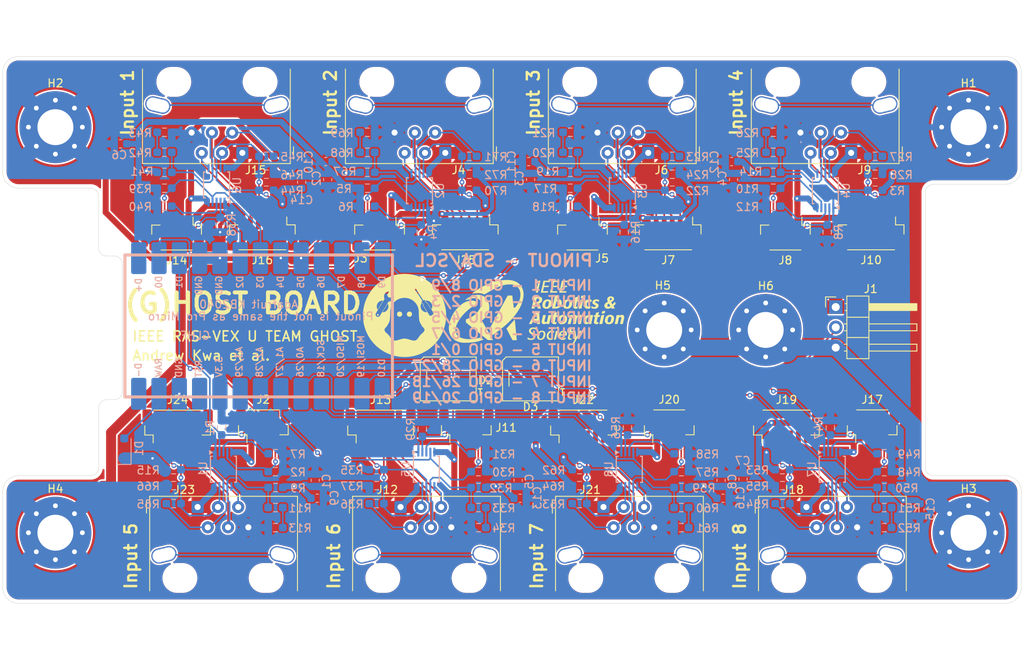
<source format=kicad_pcb>
(kicad_pcb (version 20241229) (generator "pcbnew") (generator_version "9.0")
  (layers (0 "F.Cu" signal) (2 "B.Cu" signal) (13 "F.Paste" user) (15 "B.Paste" user) (5 "F.SilkS" user "F.Silkscreen") (7 "B.SilkS" user "B.Silkscreen") (1 "F.Mask" user) (3 "B.Mask" user) (25 "Edge.Cuts" user))
  (net 0 "")
  (net 1 "+5V")
  (net 2 "GND")
  (net 3 "/scl2")
  (net 4 "/sda2")
  (net 5 "Net-(J16-Pin_4)")
  (net 6 "unconnected-(J15-PadSH)")
  (net 7 "Net-(J16-Pin_5)")
  (net 8 "Net-(J16-Pin_3)")
  (net 9 "Net-(J16-Pin_2)")
  (net 10 "+3.3V")
  (net 11 "Net-(U6-EN)")
  (net 12 "Net-(R42-Pad2)")
  (net 13 "/sda5")
  (net 14 "/scl5")
  (net 15 "unconnected-(J9-PadSH)")
  (net 16 "Net-(J10-Pin_2)")
  (net 17 "Net-(J10-Pin_4)")
  (net 18 "Net-(J10-Pin_3)")
  (net 19 "Net-(J10-Pin_5)")
  (net 20 "Net-(U4-EN)")
  (net 21 "Net-(R25-Pad2)")
  (net 22 "Net-(D1-A)")
  (net 23 "Net-(D2-DOUT)")
  (net 24 "/Neopixel_Data")
  (net 25 "Net-(D3-DOUT)")
  (net 26 "/sda1")
  (net 27 "/scl1")
  (net 28 "/scl3")
  (net 29 "/sda3")
  (net 30 "Net-(J25-Pin_2)")
  (net 31 "unconnected-(J4-PadSH)")
  (net 32 "Net-(J25-Pin_5)")
  (net 33 "Net-(J25-Pin_3)")
  (net 34 "Net-(J25-Pin_4)")
  (net 35 "/scl4")
  (net 36 "/sda4")
  (net 37 "unconnected-(J6-PadSH)")
  (net 38 "Net-(J7-Pin_3)")
  (net 39 "Net-(J7-Pin_2)")
  (net 40 "Net-(J7-Pin_4)")
  (net 41 "Net-(J7-Pin_5)")
  (net 42 "/sda6")
  (net 43 "/scl6")
  (net 44 "unconnected-(J12-PadSH)")
  (net 45 "Net-(J13-Pin_3)")
  (net 46 "Net-(J13-Pin_2)")
  (net 47 "Net-(J13-Pin_5)")
  (net 48 "Net-(J13-Pin_4)")
  (net 49 "/scl8")
  (net 50 "/sda8")
  (net 51 "Net-(J19-Pin_3)")
  (net 52 "Net-(J19-Pin_4)")
  (net 53 "unconnected-(J18-PadSH)")
  (net 54 "Net-(J19-Pin_2)")
  (net 55 "Net-(J19-Pin_5)")
  (net 56 "/sda7")
  (net 57 "/scl7")
  (net 58 "unconnected-(J21-PadSH)")
  (net 59 "Net-(J22-Pin_3)")
  (net 60 "Net-(J22-Pin_2)")
  (net 61 "Net-(J22-Pin_4)")
  (net 62 "Net-(J22-Pin_5)")
  (net 63 "Net-(J24-Pin_4)")
  (net 64 "Net-(J24-Pin_2)")
  (net 65 "unconnected-(J23-PadSH)")
  (net 66 "Net-(J24-Pin_3)")
  (net 67 "Net-(J24-Pin_5)")
  (net 68 "Net-(U2-EN)")
  (net 69 "Net-(U1-EN)")
  (net 70 "Net-(R11-Pad2)")
  (net 71 "Net-(U3-EN)")
  (net 72 "Net-(R20-Pad2)")
  (net 73 "Net-(U5-EN)")
  (net 74 "Net-(R33-Pad2)")
  (net 75 "Net-(U7-EN)")
  (net 76 "Net-(R51-Pad2)")
  (net 77 "Net-(U8-EN)")
  (net 78 "Net-(R60-Pad2)")
  (net 79 "Net-(R68-Pad2)")
  (footprint "MountingHole:MountingHole_4.5mm_Pad_Via" (layer "F.Cu") (at 86.88 113.565)
    (property "Reference" "H4")
    (property "Value" "MountingHole_Pad")
  )
  (footprint "RJ12_Pin_Connector:JST_SH_BM06B-SRSS-TB_1x06-1MP_P1.00mm_Vertical" (layer "F.Cu") (at 163.579999 76.115 180)
    (property "Reference" "J7")
    (property "Value" "Conn_01x06")
  )
  (footprint "RJ12_Pin_Connector:JST_SH_BM04B-SRSS-TB_1x04-1MP_P1.00mm_Vertical" (layer "F.Cu") (at 163.709998 100.190001)
    (property "Reference" "J20")
    (property "Value" "Conn_01x04")
  )
  (footprint "RJ12_Pin_Connector:JST_SH_BM06B-SRSS-TB_1x06-1MP_P1.00mm_Vertical" (layer "F.Cu") (at 102.18 100.215)
    (property "Reference" "J24")
    (property "Value" "Conn_01x06")
  )
  (footprint "RJ12_Pin_Connector:JST_SH_BM04B-SRSS-TB_1x04-1MP_P1.00mm_Vertical" (layer "F.Cu") (at 112.909998 100.190001)
    (property "Reference" "J2")
    (property "Value" "Conn_01x04")
  )
  (footprint "MountingHole:MountingHole_4.5mm_Pad_Via" (layer "F.Cu") (at 86.88 62.765)
    (property "Reference" "H2")
    (property "Value" "MountingHole_Pad")
  )
  (footprint "RJ12_Pin_Connector:JST_SH_BM04B-SRSS-TB_1x04-1MP_P1.00mm_Vertical" (layer "F.Cu") (at 138.309998 100.190001)
    (property "Reference" "J11")
    (property "Value" "Conn_01x04")
  )
  (footprint "MountingHole:MountingHole_4.5mm_Pad_Via" (layer "F.Cu") (at 201.18 62.765)
    (property "Reference" "H1")
    (property "Value" "MountingHole_Pad")
  )
  (footprint "RJ12_Pin_Connector:JST_SH_BM04B-SRSS-TB_1x04-1MP_P1.00mm_Vertical" (layer "F.Cu") (at 152.85 76.139999 180)
    (property "Reference" "J5")
    (property "Value" "Conn_01x04")
  )
  (footprint "RJ12_Pin_Connector:JST_SH_BM06B-SRSS-TB_1x06-1MP_P1.00mm_Vertical" (layer "F.Cu") (at 127.58 100.215)
    (property "Reference" "J13")
    (property "Value" "Conn_01x06")
  )
  (footprint "LOGO" (layer "F.Cu") (at 130.55 86.35)
    (property "Reference" "G***" (hide yes))
    (property "Value" "LOGO" (hide yes))
  )
  (footprint "RJ12_Pin_Connector:RJ12_Pin_Connector" (layer "F.Cu") (at 130.079999 110.345)
    (property "Reference" "J12")
    (property "Value" "RJ12_Shielded")
  )
  (footprint "RJ12_Pin_Connector:RJ12_Pin_Connector" (layer "F.Cu") (at 161.08 65.985 180)
    (property "Reference" "J6")
    (property "Value" "RJ12_Shielded")
  )
  (footprint "RJ12_Pin_Connector:JST_SH_BM04B-SRSS-TB_1x04-1MP_P1.00mm_Vertical" (layer "F.Cu") (at 178.250001 76.139999 180)
    (property "Reference" "J8")
    (property "Value" "Conn_01x04")
  )
  (footprint "RJ12_Pin_Connector:JST_SH_BM04B-SRSS-TB_1x04-1MP_P1.00mm_Vertical" (layer "F.Cu") (at 102.050001 76.139999 180)
    (property "Reference" "J14")
    (property "Value" "Conn_01x04")
  )
  (footprint "MountingHole:MountingHole_4.5mm_Pad_Via" (layer "F.Cu") (at 163.08 88.165 90)
    (property "Reference" "H5")
    (property "Value" "MountingHole_Pad")
  )
  (footprint "MountingHole:MountingHole_4.5mm_Pad_Via" (layer "F.Cu") (at 175.78 88.165 90)
    (property "Reference" "H6")
    (property "Value" "MountingHole_Pad")
  )
  (footprint "RJ12_Pin_Connector:RJ12_Pin_Connector" (layer "F.Cu") (at 110.28 65.985 180)
    (property "Reference" "J15")
    (property "Value" "RJ12_Shielded")
  )
  (footprint "RJ12_Pin_Connector:JST_SH_BM06B-SRSS-TB_1x06-1MP_P1.00mm_Vertical" (layer "F.Cu") (at 138.179999 76.115 180)
    (property "Reference" "J25")
    (property "Value" "Conn_01x06")
  )
  (footprint "RJ12_Pin_Connector:RJ12_Pin_Connector" (layer "F.Cu") (at 186.48 65.985 180)
    (property "Reference" "J9")
    (property "Value" "RJ12_Shielded")
  )
  (footprint "RJ12_Pin_Connector:JST_SH_BM06B-SRSS-TB_1x06-1MP_P1.00mm_Vertical" (layer "F.Cu") (at 178.38 100.215)
    (property "Reference" "J19")
    (property "Value" "Conn_01x06")
  )
  (footprint "LED_SMD:LED_WS2812B_PLCC4_5.0x5.0mm_P3.2mm" (layer "F.Cu") (at 146.35 94.3 180)
    (property "Reference" "D3")
    (property "Value" "WS2812B")
  )
  (footprint "RJ12_Pin_Connector:RJ12_Pin_Connector" (layer "F.Cu") (at 135.68 65.985 180)
    (property "Reference" "J4")
    (property "Value" "RJ12_Shielded")
  )
  (footprint "RJ12_Pin_Connector:JST_SH_BM06B-SRSS-TB_1x06-1MP_P1.00mm_Vertical" (layer "F.Cu") (at 112.779999 76.115 180)
    (property "Reference" "J16")
    (property "Value" "Conn_01x06")
  )
  (footprint "RJ12_Pin_Connector:JST_SH_BM04B-SRSS-TB_1x04-1MP_P1.00mm_Vertical" (layer "F.Cu") (at 127.450001 76.139999 180)
    (property "Reference" "J3")
    (property "Value" "Conn_01x04")
  )
  (footprint "RJ12_Pin_Connector:RJ12_Pin_Connector" (layer "F.Cu") (at 104.679999 110.345)
    (property "Reference" "J23")
    (property "Value" "RJ12_Shielded")
  )
  (footprint "Connector_PinHeader_2.54mm:PinHeader_1x03_P2.54mm_Horizontal" (layer "F.Cu") (at 184.55 85.3)
    (property "Reference" "J1")
    (property "Value" "RGB_3_Pin_Connector")
  )
  (footprint "RJ12_Pin_Connector:RJ12_Pin_Connector" (layer "F.Cu") (at 155.479999 110.345)
    (property "Reference" "J21")
    (property "Value" "RJ12_Shielded")
  )
  (footprint "RJ12_Pin_Connector:JST_SH_BM06B-SRSS-TB_1x06-1MP_P1.00mm_Vertical" (layer "F.Cu") (at 188.979999 76.115 180)
    (property "Reference" "J10")
    (property "Value" "Conn_01x06")
  )
  (footprint "RJ12_Pin_Connector:JST_SH_BM04B-SRSS-TB_1x04-1MP_P1.00mm_Vertical" (layer "F.Cu") (at 189.109998 100.190001)
    (property "Reference" "J17")
    (property "Value" "Conn_01x04")
  )
  (footprint "RJ12_Pin_Connector:RJ12_Pin_Connector" (layer "F.Cu") (at 180.879999 110.345)
    (property "Reference" "J18")
    (property "Value" "RJ12_Shielded")
  )
  (footprint "LOGO" (layer "F.Cu") (at 147.1 85.9)
    (property "Reference" "G***" (hide yes))
    (property "Value" "LOGO" (hide yes))
  )
  (footprint "LED_SMD:LED_WS2812B_PLCC4_5.0x5.0mm_P3.2mm" (layer "F.Cu") (at 136.05 94.3 180)
    (property "Reference" "D2")
    (property "Value" "WS2812B")
  )
  (footprint "MountingHole:MountingHole_4.5mm_Pad_Via" (layer "F.Cu") (at 201.18 113.565)
    (property "Reference" "H3")
    (property "Value" "MountingHole_Pad")
  )
  (footprint "RJ12_Pin_Connector:JST_SH_BM06B-SRSS-TB_1x06-1MP_P1.00mm_Vertical" (layer "F.Cu") (at 152.98 100.215)
    (property "Reference" "J22")
    (property "Value" "Conn_01x06")
  )
  (footprint "Capacitor_SMD:C_0603_1608Metric" (layer "B.Cu") (at 119.4 107 -90)
    (property "Reference" "C1")
    (property "Value" "1u")
  )
  (footprint "Resistor_SMD:R_0603_1608Metric_Pad0.98x0.95mm_HandSolder" (layer "B.Cu") (at 127.079999 109.915001)
    (property "Reference" "R36")
    (property "Value" "120")
  )
  (footprint "Resistor_SMD:R_0603_1608Metric_Pad0.98x0.95mm_HandSolder" (layer "B.Cu") (at 114.429999 107.905001 180)
    (property "Reference" "R9")
    (property "Value" "600")
  )
  (footprint "Resistor_SMD:R_0603_1608Metric_Pad0.98x0.95mm_HandSolder" (layer "B.Cu") (at 164.08 66.415 180)
    (property "Reference" "R23")
    (property "Value" "120")
  )
  (footprint "Resistor_SMD:R_0603_1608Metric_Pad0.98x0.95mm_HandSolder" (layer "B.Cu") (at 151.33 68.424999)
    (property "Reference" "R19")
    (property "Value" "600")
  )
  (footprint "Resistor_SMD:R_0603_1608Metric_Pad0.98x0.95mm_HandSolder" (layer "B.Cu") (at 158.08 75.915 90)
    (property "Reference" "R16")
    (property "Value" "4.7k")
  )
  (footprint "Resistor_SMD:R_0603_1608Metric_Pad0.98x0.95mm_HandSolder" (layer "B.Cu") (at 190.629999 107.905001 180)
    (property "Reference" "R50")
    (property "Value" "600")
  )
  (footprint "Resistor_SMD:R_0603_1608Metric_Pad0.98x0.95mm_HandSolder" (layer "B.Cu") (at 176.73 68.424999)
    (property "Reference" "R14")
    (property "Value" "600")
  )
  (footprint "Capacitor_SMD:C_0603_1608Metric" (layer "B.Cu") (at 170.2 107 -90)
    (property "Reference" "C8")
    (property "Value" "1u")
  )
  (footprint "Resistor_SMD:R_0603_1608Metric_Pad0.98x0.95mm_HandSolder" (layer "B.Cu") (at 139.829999 112.924999 180)
    (property "Reference" "R34")
    (property "Value" "600")
  )
  (footprint "Resistor_SMD:R_0603_1608Metric_Pad0.98x0.95mm_HandSolder" (layer "B.Cu") (at 127.079999 105.665)
    (property "Reference" "R35")
    (property "Value" "600")
  )
  (footprint "Capacitor_SMD:C_0603_1608Metric" (layer "B.Cu") (at 171.509999 67.080001 180)
    (property "Reference" "C12")
    (property "Value" "1u")
  )
  (footprint "kb2040:kb2040" (layer "B.Cu") (at 111.28 87.665 -90)
    (property "Reference" "U9" (hide yes))
    (property "Value" "kb2040" (hide yes))
  )
  (footprint "Resistor_SMD:R_0603_1608Metric_Pad0.98x0.95mm_HandSolder" (layer "B.Cu") (at 101.679999 105.665)
    (property "Reference" "R15")
    (property "Value" "600")
  )
  (footprint "Package_SO:TSSOP-10_3x3mm_P0.5mm" (layer "B.Cu") (at 107.050001 70 90)
    (property "Reference" "U6")
    (property "Value" "PCA9615DP")
  )
  (footprint "Package_SO:TSSOP-10_3x3mm_P0.5mm" (layer "B.Cu") (at 133.309998 105.615 -90)
    (property "Reference" "U5")
    (property "Value" "PCA9615DP")
  )
  (footprint "Resistor_SMD:R_0603_1608Metric_Pad0.98x0.95mm_HandSolder" (layer "B.Cu") (at 152.479999 105.665)
    (property "Reference" "R62")
    (property "Value" "600")
  )
  (footprint "Resistor_SMD:R_0603_1608Metric_Pad0.98x0.95mm_HandSolder" (layer "B.Cu") (at 100.53 70.415)
    (property "Reference" "R39")
    (property "Value" "4.7k")
  )
  (footprint "Diode_SMD:D_SOD-323_HandSoldering" (layer "B.Cu") (at 95.5 103 90)
    (property "Reference" "D1")
    (property "Value" "CMS06(TE12L,Q,M)")
  )
  (footprint "Resistor_SMD:R_0603_1608Metric_Pad0.98x0.95mm_HandSolder" (layer "B.Cu") (at 125.93 70.415)
    (property "Reference" "R5")
    (property "Value" "4.7k")
  )
  (footprint "Resistor_SMD:R_0603_1608Metric_Pad0.98x0.95mm_HandSolder" (layer "B.Cu") (at 113.28 68.664999)
    (property "Reference" "R46")
    (property "Value" "600")
  )
  (footprint "Resistor_SMD:R_0603_1608Metric_Pad0.98x0.95mm_HandSolder" (layer "B.Cu") (at 132.680001 75.915 90)
    (property "Reference" "R4")
    (property "Value" "4.7k")
  )
  (footprint "Resistor_SMD:R_0603_1608Metric_Pad0.98x0.95mm_HandSolder" (layer "B.Cu") (at 107.679998 100.415 -90)
    (property "Reference" "R1")
    (property "Value" "4.7k")
  )
  (footprint "Capacitor_SMD:C_0603_1608Metric" (layer "B.Cu") (at 144.8 107 -90)
    (property "Reference" "C5")
    (property "Value" "1u")
  )
  (footprint "Resistor_SMD:R_0603_1608Metric_Pad0.98x0.95mm_HandSolder" (layer "B.Cu") (at 151.33 72.665 180)
    (property "Reference" "R18")
    (property "Value" "10k")
  )
  (footprint "Resistor_SMD:R_0603_1608Metric_Pad0.98x0.95mm_HandSolder" (layer "B.Cu") (at 176.73 72.665 180)
    (property "Reference" "R12")
    (property "Value" "10k")
  )
  (footprint "Resistor_SMD:R_0603_1608Metric_Pad0.98x0.95mm_HandSolder" (layer "B.Cu") (at 190.629999 112.924999 180)
    (property "Reference" "R52")
    (property "Value" "600")
  )
  (footprint "Resistor_SMD:R_0603_1608Metric_Pad0.98x0.95mm_HandSolder" (layer "B.Cu") (at 152.479999 107.665001 180)
    (property "Reference" "R64")
    (property "Value" "600")
  )
  (footprint "Resistor_SMD:R_0603_1608Metric_Pad0.98x0.95mm_HandSolder" (layer "B.Cu") (at 189.48 70.665 180)
    (property "Reference" "R3")
    (property "Value" "600")
  )
  (footprint "Resistor_SMD:R_0603_1608Metric_Pad0.98x0.95mm_HandSolder" (layer "B.Cu") (at 127.079999 107.665001 180)
    (property "Reference" "R37")
    (property "Value" "600")
  )
  (footprint "Capacitor_SMD:C_0603_1608Metric" (layer "B.Cu") (at 171.759999 69.33 90)
    (property "Reference" "C4")
    (property "Value" "1u")
  )
  (footprint "Resistor_SMD:R_0603_1608Metric_Pad0.98x0.95mm_HandSolder" (layer "B.Cu") (at 125.93 63.405001)
    (property "Reference" "R69")
    (property "Value" "600")
  )
  (footprint "Resistor_SMD:R_0603_1608Metric_Pad0.98x0.95mm_HandSolder" (layer "B.Cu") (at 100.53 65.915001 180)
    (property "Reference" "R42")
    (property "Value" "120")
  )
  (footprint "Resistor_SMD:R_0603_1608Metric_Pad0.98x0.95mm_HandSolder" (layer "B.Cu") (at 113.28 70.665 180)
    (property "Reference" "R44")
    (property "Value" "600")
  )
  (footprint "Resistor_SMD:R_0603_1608Metric_Pad0.98x0.95mm_HandSolder" (layer "B.Cu") (at 177.879999 105.665)
    (property "Reference" "R53")
    (property "Value" "600")
  )
  (footprint "Resistor_SMD:R_0603_1608Metric_Pad0.98x0.95mm_HandSolder" (layer "B.Cu") (at 177.879999 109.915001)
    (property "Reference" "R54")
    (property "Value" "120")
  )
  (footprint "Resistor_SMD:R_0603_1608Metric_Pad0.98x0.95mm_HandSolder" (layer "B.Cu") (at 189.48 66.414999 180)
    (property "Reference" "R27")
    (property "Value" "120")
  )
  (footprint "Resistor_SMD:R_0603_1608Metric_Pad0.98x0.95mm_HandSolder" (layer "B.Cu") (at 165.229999 112.924999 180)
    (property "Reference" "R61")
    (property "Value" "600")
  )
  (footprint "Capacitor_SMD:C_0603_1608Metric" (layer "B.Cu") (at 146.109999 67.080001 180)
    (property "Reference" "C11")
    (property "Value" "1u")
  )
  (footprint "Resistor_SMD:R_0603_1608Metric_Pad0.98x0.95mm_HandSolder" (layer "B.Cu") (at 164.08 68.665)
    (property "Reference" "R24")
    (property "Value" "600")
  )
  (footprint "Resistor_SMD:R_0603_1608Metric_Pad0.98x0.95mm_HandSolder" (layer "B.Cu") (at 138.68 68.664999)
    (property "Reference" "R72")
    (property "Value" "600")
  )
  (footprint "Resistor_SMD:R_0603_1608Metric_Pad0.98x0.95mm_HandSolder" (layer "B.Cu") (at 176.73 70.415)
    (property "Reference" "R10")
    (property "Value" "4.7k")
  )
  (footprint "Resistor_SMD:R_0603_1608Metric_Pad0.98x0.95mm_HandSolder" (layer "B.Cu") (at 139.829999 107.905001 180)
    (property "Reference" "R32")
    (property "Value" "600")
  )
  (footprint "Resistor_SMD:R_0603_1608Metric_Pad0.98x0.95mm_HandSolder" (layer "B.Cu") (at 100.53 72.665 180)
    (property "Reference" "R40")
    (property "Value" "10k")
  )
  (footprint "Resistor_SMD:R_0603_1608Metric_Pad0.98x0.95mm_HandSolder" (layer "B.Cu") (at 100.53 63.405001)
    (property "Reference" "R43")
    (property "Value" "600")
  )
  (footprint "Capacitor_SMD:C_0603_1608Metric" (layer "B.Cu") (at 120.709999 67.080001 180)
    (property "Reference" "C10")
    (property "Value" "1u")
  )
  (footprint "Resistor_SMD:R_0603_1608Metric_Pad0.98x0.95mm_HandSolder" (layer "B.Cu") (at 151.33 70.415)
    (property "Reference" "R17")
    (property "Value" "4.7k")
  )
  (footprint "Resistor_SMD:R_0603_1608Metric_Pad0.98x0.95mm_HandSolder" (layer "B.Cu") (at 107.5 75 90)
    (property "Reference" "R38")
    (property "Value" "4.7k")
  )
  (footprint "Resistor_SMD:R_0603_1608Metric_Pad0.98x0.95mm_HandSolder" (layer "B.Cu") (at 152.479999 109.915001)
    (property "Reference" "R63")
    (property "Value" "120")
  )
  (footprint "Capacitor_SMD:C_0603_1608Metric" (layer "B.Cu") (at 170.45 109.25)
    (property "Reference" "C16")
    (property "Value" "1u")
  )
  (footprint "Resistor_SMD:R_0603_1608Metric_Pad0.98x0.95mm_HandSolder" (layer "B.Cu") (at 183.879998 100.415 -90)
    (property "Reference" "R47")
    (property "Value" "4.7k")
  )
  (footprint "Capacitor_SMD:C_0603_1608Metric" (layer "B.Cu") (at 172.95 106.85 -90)
    (property "Reference" "C7")
    (property "Value" "1u")
  )
  (footprint "Package_SO:TSSOP-10_3x3mm_P0.5mm" (layer "B.Cu") (at 183.250001 70.715 90)
    (property "Reference" "U4")
    (property "Value" "PCA9615DP")
  )
  (footprint "Resistor_SMD:R_0603_1608Metric_Pad0.98x0.95mm_HandSolder" (layer "B.Cu") (at 151.33 63.405)
    (property "Reference" "R21")
    (property "Value" "600")
  )
  (footprint "Capacitor_SMD:C_0603_1608Metric" (layer "B.Cu") (at 120.959999 69.33 90)
    (property "Reference" "C2")
    (property "Value" "1u")
  )
  (footprint "Resistor_SMD:R_0603_1608Metric_Pad0.98x0.95mm_HandSolder" (layer "B.Cu") (at 189.48 68.664999)
    (property "Reference" "R28")
    (property "Value" "600")
  )
  (footprint "Resistor_SMD:R_0603_1608Metric_Pad0.98x0.95mm_HandSolder" (layer "B.Cu") (at 177.879999 107.665001 180)
    (property "Reference" "R55")
    (property "Value" "600")
  )
  (footprint "Resistor_SMD:R_0603_1608Metric_Pad0.98x0.95mm_HandSolder" (layer "B.Cu") (at 125.93 72.665 180)
    (property "Reference" "R6")
    (property "Value" "10k")
  )
  (footprint "Resistor_SMD:R_0603_1608Metric_Pad0.98x0.95mm_HandSolder" (layer "B.Cu") (at 125.93 68.424999)
    (property "Reference" "R67")
    (property "Value" "600")
  )
  (footprint "Resistor_SMD:R_0603_1608Metric_Pad0.98x0.95mm_HandSolder" (layer "B.Cu") (at 114.429999 110.414999)
    (property "Reference" "R11")
    (property "Value" "120")
  )
  (footprint "Resistor_SMD:R_0603_1608Metric_Pad0.98x0.95mm_HandSolder" (layer "B.Cu") (at 138.68 70.665 180)
    (property "Reference" "R70")
    (property "Value" "600")
  )
  (footprint "Resistor_SMD:R_0603_1608Metric_Pad0.98x0.95mm_HandSolder" (layer "B.Cu") (at 176.73 63.405001)
    (property "Reference" "R26")
    (property "Value" "600")
  )
  (footprint "Resistor_SMD:R_0603_1608Metric_Pad0.98x0.95mm_HandSolder" (layer "B.Cu") (at 165.229999 105.915 180)
    (property "Reference" "R57")
    (property "Value" "4.7k")
  )
  (footprint "Resistor_SMD:R_0603_1608Metric_Pad0.98x0.95mm_HandSolder" (layer "B.Cu") (at 165.229999 103.665)
    (property "Reference" "R58")
    (property "Value" "10k")
  )
  (footprint "Resistor_SMD:R_0603_1608Metric_Pad0.98x0.95mm_HandSolder" (layer "B.Cu") (at 114.429999 105.915 180)
    (property "Reference" "R2")
    (property "Value" "4.7k")
  )
  (footprint "Package_SO:TSSOP-10_3x3mm_P0.5mm" (layer "B.Cu") (at 107.909998 105.615 -90)
    (property "Reference" "U1")
    (property "Value" "PCA9615DP")
  )
  (footprint "Resistor_SMD:R_0603_1608Metric_Pad0.98x0.95mm_HandSolder" (layer "B.Cu") (at 100.53 68.424999)
    (property "Reference" "R41")
    (property "Value" "600")
  )
  (footprint "Resistor_SMD:R_0603_1608Metric_Pad0.98x0.95mm_HandSolder" (layer "B.Cu") (at 132.8 100.6 -90)
    (property "Reference" "R29")
    (property "Value" "4.7k")
  )
  (footprint "Capacitor_SMD:C_0603_1608Metric" (layer "B.Cu") (at 117.7 69.65 90)
    (property "Reference" "C14")
    (property "Value" "1u")
  )
  (footprint "Resistor_SMD:R_0603_1608Metric_Pad0.98x0.95mm_HandSolder" (layer "B.Cu") (at 165.229999 110.414999)
    (property "Reference" "R60")
    (property "Value" "120")
  )
  (footprint "Package_SO:TSSOP-10_3x3mm_P0.5mm" (layer "B.Cu") (at 132.450001 70.715 90)
    (property "Reference" "U2")
    (property "Value" "PCA9615DP")
  )
  (footprint "Resistor_SMD:R_0603_1608Metric_Pad0.98x0.95mm_HandSolder" (layer "B.Cu") (at 176.73 65.915001 180)
    (property "Reference" "R25")
    (property "Value" "120")
  )
  (footprint "Capacitor_SMD:C_0603_1608Metric" (layer "B.Cu") (at 195.1 110.690001 -90)
    (property "Reference" "C15")
    (property "Value" "1u")
  )
  (footprint "Capacitor_SMD:C_0603_1608Metric" (layer "B.Cu") (at 146.359999 69.33 90)
    (property "Reference" "C3")
    (property "Value" "1u")
  )
  (footprint "Resistor_SMD:R_0603_1608Metric_Pad0.98x0.95mm_HandSolder" (layer "B.Cu") (at 151.33 65.915 180)
    (property "Reference" "R20")
    (property "Value" "120")
  )
  (footprint "Resistor_SMD:R_0603_1608Metric_Pad0.98x0.95mm_HandSolder" (layer "B.Cu") (at 113.28 66.414999 180)
    (property "Reference" "R45")
    (property "Value" "120")
  )
  (footprint "Resistor_SMD:R_0603_1608Metric_Pad0.98x0.95mm_HandSolder" (layer "B.Cu") (at 101.679999 107.665001 180)
    (property "Reference" "R66")
    (property "Value" "600")
  )
  (footprint "Resistor_SMD:R_0603_1608Metric_Pad0.98x0.95mm_HandSolder" (layer "B.Cu") (at 139.829999 105.915 180)
    (property "Reference" "R30")
    (property "Value" "4.7k")
  )
  (footprint "Resistor_SMD:R_0603_1608Metric_Pad0.98x0.95mm_HandSolder" (layer "B.Cu") (at 190.629999 103.665)
    (property "Reference" "R49")
    (property "Value" "10k")
  )
  (footprint "Resistor_SMD:R_0603_1608Metric_Pad0.98x0.95mm_HandSolder" (layer "B.Cu") (at 183.480001 75.915 90)
    (property "Reference" "R8")
    (property "Value" "4.7k")
  )
  (footprint "Package_SO:TSSOP-10_3x3mm_P0.5mm" (layer "B.Cu") (at 184.109998 105.615 -90)
    (property "Reference" "U7")
    (property "Value" "PCA9615DP")
  )
  (footprint "Resistor_SMD:R_0603_1608Metric_Pad0.98x0.95mm_HandSolder" (layer "B.Cu") (at 139.829999 103.665)
    (property "Reference" "R31")
    (property "Value" "10k")
  )
  (footprint "Package_SO:TSSOP-10_3x3mm_P0.5mm" (layer "B.Cu") (at 158.709998 105.615 -90)
    (property "Reference" "U8")
    (property "Value" "PCA9615DP")
  )
  (footprint "Resistor_SMD:R_0603_1608Metric_Pad0.98x0.95mm_HandSolder" (layer "B.Cu") (at 114.429999 112.924999 180)
    (property "Reference" "R13")
    (property "Value" "600")
  )
  (footprint "Capacitor_SMD:C_0603_1608Metric" (layer "B.Cu") (at 145.05 109.25)
    (property "Reference" "C13")
    (property "Value" "1u")
  )
  (footprint "Capacitor_SMD:C_0603_1608Metric" (layer "B.Cu") (at 119.65 109.25)
    (property "Reference" "C9")
    (property "Value" "1u")
  )
  (footprint "Resistor_SMD:R_0603_1608Metric_Pad0.98x0.95mm_HandSolder" (layer "B.Cu") (at 158.479998 100.415 -90)
    (property "Reference" "R56")
    (property "Value" "4.7k")
  )
  (footprint "Resistor_SMD:R_0603_1608Metric_Pad0.98x0.95mm_HandSolder" (layer "B.Cu") (at 125.93 65.915001 180)
    (property "Reference" "R68")
    (property "Value" "120")
  )
  (footprint "Resistor_SMD:R_0603_1608Metric_Pad0.98x0.95mm_HandSolder" (layer "B.Cu") (at 164.08 70.665 180)
    (property "Reference" "R22")
    (property "Value" "600")
  )
  (footprint "Resistor_SMD:R_0603_1608Metric_Pad0.98x0.95mm_HandSolder" (layer "B.Cu") (at 190.629999 110.414999)
    (property "Reference" "R51")
    (property "Value" "120")
  )
  (footprint "Resistor_SMD:R_0603_1608Metric_Pad0.98x0.95mm_HandSolder" (layer "B.Cu") (at 138.68 66.414999 180)
    (property "Reference" "R71")
    (property "Value" "120")
  )
  (footprint "Resistor_SMD:R_0603_1608Metric_Pad0.98x0.95mm_HandSolder" (layer "B.Cu") (at 165.229999 107.905001 180)
    (property "Reference" "R59")
    (property "Value" "600")
  )
  (footprint "Resistor_SMD:R_0603_1608Metric_Pad0.98x0.95mm_HandSolder" (layer "B.Cu") (at 139.829999 110.414999)
    (property "Reference" "R33")
    (property "Value" "120")
  )
  (footprint "Resistor_SMD:R_0603_1608Metric_Pad0.98x0.95mm_HandSolder" (layer "B.Cu") (at 114.429999 103.665)
    (property "Reference" "R7")
    (property "Value" "10k")
  )
  (footprint "Resistor_SMD:R_0603_1608Metric_Pad0.98x0.95mm_HandSolder" (layer "B.Cu") (at 190.629999 105.915 180)
    (property "Reference" "R48")
    (property "Value" "4.7k")
  )
  (footprint "Capacitor_SMD:C_0603_1608Metric" (layer "B.Cu") (at 95.025 64.85 180)
    (property "Reference" "C6")
    (property "Value" "1u")
  )
  (footprint "Package_SO:TSSOP-10_3x3mm_P0.5mm" (layer "B.Cu") (at 157.85 70.715 90)
    (property "Reference" "U3")
    (property "Value" "PCA9615DP")
  )
  (footprint "Resistor_SMD:R_0603_1608Metric_Pad0.98x0.95mm_HandSolder" (layer "B.Cu") (at 101.679999 109.915001)
    (property "Reference" "R65")
    (property "Value" "120")
  )
  (gr_arc (start 195.78 70.92) (mid 196.072893 70.212893) (end 196.78 69.92) (stroke (width 0.05)) (layer "Edge.Cuts"))
  (gr_line (start 205.78 122.415) (end 82.28 122.415) (stroke (width 0.05)) (layer "Edge.Cuts"))
  (gr_line (start 82.28 106.415) (end 91.3 106.415) (stroke (width 0.05)) (layer "Edge.Cuts"))
  (gr_line (start 195.78 70.92) (end 195.78 105.415) (stroke (width 0.05)) (layer "Edge.Cuts"))
  (gr_arc (start 205.78 106.415) (mid 207.194214 107.000786) (end 207.78 108.415) (stroke (width 0.05)) (layer "Edge.Cuts"))
  (gr_arc (start 205.78 53.915) (mid 207.194214 54.500786) (end 207.78 55.915) (stroke (width 0.05)) (layer "Edge.Cuts"))
  (gr_arc (start 80.28 108.415) (mid 80.865786 107.000786) (end 82.28 106.415) (stroke (width 0.05)) (layer "Edge.Cuts"))
  (gr_line (start 207.78 55.915) (end 207.78 67.92) (stroke (width 0.05)) (layer "Edge.Cuts"))
  (gr_arc (start 91.28 70.41) (mid 91.987107 70.702893) (end 92.28 71.41) (stroke (width 0.05)) (layer "Edge.Cuts"))
  (gr_arc (start 207.78 120.415) (mid 207.194214 121.829214) (end 205.78 122.415) (stroke (width 0.05)) (layer "Edge.Cuts"))
  (gr_line (start 205.78 69.92) (end 196.78 69.92) (stroke (width 0.05)) (layer "Edge.Cuts"))
  (gr_arc (start 95.25 95.9) (mid 94.957107 96.607107) (end 94.25 96.9) (stroke (width 0.05)) (layer "Edge.Cuts"))
  (gr_line (start 93.28 78.9) (end 94.25 78.9) (stroke (width 0.05)) (layer "Edge.Cuts"))
  (gr_line (start 92.28 77.9) (end 92.28 71.41) (stroke (width 0.05)) (layer "Edge.Cuts"))
  (gr_arc (start 93.28 78.9) (mid 92.572893 78.607107) (end 92.28 77.9) (stroke (width 0.05)) (layer "Edge.Cuts"))
  (gr_line (start 95.25 79.9) (end 95.25 95.9) (stroke (width 0.05)) (layer "Edge.Cuts"))
  (gr_arc (start 92.3 105.415) (mid 92.007107 106.122107) (end 91.3 106.415) (stroke (width 0.05)) (layer "Edge.Cuts"))
  (gr_line (start 207.78 108.415) (end 207.78 120.415) (stroke (width 0.05)) (layer "Edge.Cuts"))
  (gr_line (start 196.78 106.415) (end 205.78 106.415) (stroke (width 0.05)) (layer "Edge.Cuts"))
  (gr_arc (start 82.28 70.41) (mid 80.865786 69.824214) (end 80.28 68.41) (stroke (width 0.05)) (layer "Edge.Cuts"))
  (gr_arc (start 196.78 106.415) (mid 196.072893 106.122107) (end 195.78 105.415) (stroke (width 0.05)) (layer "Edge.Cuts"))
  (gr_line (start 80.28 68.41) (end 80.28 55.915) (stroke (width 0.05)) (layer "Edge.Cuts"))
  (gr_arc (start 92.3 97.9) (mid 92.592893 97.192893) (end 93.3 96.9) (stroke (width 0.05)) (layer "Edge.Cuts"))
  (gr_line (start 80.28 120.415) (end 80.28 108.415) (stroke (width 0.05)) (layer "Edge.Cuts"))
  (gr_arc (start 94.25 78.9) (mid 94.957107 79.192893) (end 95.25 79.9) (stroke (width 0.05)) (layer "Edge.Cuts"))
  (gr_line (start 92.3 105.415) (end 92.3 97.9) (stroke (width 0.05)) (layer "Edge.Cuts"))
  (gr_line (start 91.28 70.41) (end 82.28 70.41) (stroke (width 0.05)) (layer "Edge.Cuts"))
  (gr_arc (start 80.28 55.915) (mid 80.865786 54.500786) (end 82.28 53.915) (stroke (width 0.05)) (layer "Edge.Cuts"))
  (gr_arc (start 207.78 67.92) (mid 207.194214 69.334214) (end 205.78 69.92) (stroke (width 0.05)) (layer "Edge.Cuts"))
  (gr_line (start 93.3 96.9) (end 94.25 96.9) (stroke (width 0.05)) (layer "Edge.Cuts"))
  (gr_arc (start 82.28 122.415) (mid 80.865786 121.829214) (end 80.28 120.415) (stroke (width 0.05)) (layer "Edge.Cuts"))
  (gr_line (start 82.28 53.915) (end 205.78 53.915) (stroke (width 0.05)) (layer "Edge.Cuts"))
  (gr_text "IEEE RAS-VEX U TEAM GHOST" (at 96.4 89.7 0) (layer "F.SilkS") (effects (font (size 1.25 1.25) (thickness 0.2) (bold yes)) (justify left bottom)))
  (gr_text "Andrew Kwa et al." (at 96.4 92.1 0) (layer "F.SilkS") (effects (font (size 1.25 1.25) (thickness 0.2)) (justify left bottom)))
  (gr_text "Input 6" (at 122.6 120.8 90) (layer "F.SilkS") (effects (font (size 1.5 1.5) (thickness 0.3) (bold yes)) (justify left bottom)))
  (gr_text "Input 2" (at 122.18 63.985 90) (layer "F.SilkS") (effects (font (size 1.5 1.5) (thickness 0.3) (bold yes)) (justify left bottom)))
  (gr_text "Input 8" (at 173.4 120.8 90) (layer "F.SilkS") (effects (font (size 1.5 1.5) (thickness 0.3) (bold yes)) (justify left bottom)))
  (gr_text "Input 7" (at 148 120.8 90) (layer "F.SilkS") (effects (font (size 1.5 1.5) (thickness 0.3) (bold yes)) (justify left bottom)))
  (gr_text "(G)HOST BOARD\n" (at 95.3 86.3 0) (layer "F.SilkS") (effects (font (size 2.5 2.5) (thickness 0.5) (bold yes)) (justify left bottom)))
  (gr_text "Input 5" (at 97.2 120.8 90) (layer "F.SilkS") (effects (font (size 1.5 1.5) (thickness 0.3) (bold yes)) (justify left bottom)))
  (gr_text "Input 4" (at 172.98 63.985 90) (layer "F.SilkS") (effects (font (size 1.5 1.5) (thickness 0.3) (bold yes)) (justify left bottom)))
  (gr_text "Input 3" (at 147.58 63.985 90) (layer "F.SilkS") (effects (font (size 1.5 1.5) (thickness 0.3) (bold yes)) (justify left bottom)))
  (gr_text "Input 1" (at 96.78 63.985 90) (layer "F.SilkS") (effects (font (size 1.5 1.5) (thickness 0.3) (bold yes)) (justify left bottom)))
  (gr_text "PINOUT - SDA/SCL" (at 154.3 80.35 0) (layer "B.SilkS") (effects (font (size 1.5 1.5) (thickness 0.3) (bold yes)) (justify left bottom mirror)))
  (gr_text "INPUT 1 - GPIO 8/9\nINPUT 2 - GPIO 2/3\nINPUT 3 - GPIO 4/5\nINPUT 4 - GPIO 6/7\nINPUT 5 - GPIO 0/1\nINPUT 6 - GPIO 28/27\nINPUT 7 - GPIO 26/18\nINPUT 8 - GPIO 20/19" (at 154.15 97.4 0) (layer "B.SilkS") (effects (font (size 1.25 1.25) (thickness 0.25) (bold yes)) (justify left bottom mirror)))
  (segment (start 140.7 72.6) (end 140.7 74.769999) (width 0.75) (layer "F.Cu") (net 1))
  (segment (start 167.026147 107.7) (end 168 107.7) (width 0.75) (layer "F.Cu") (net 1))
  (segment (start 163.209998 103.883851) (end 167.026147 107.7) (width 0.75) (layer "F.Cu") (net 1))
  (segment (start 153.35 74.814999) (end 153.35 72.446148) (width 0.75) (layer "F.Cu") (net 1))
  (segment (start 188.609998 101.515001) (end 188.609998 105.109998) (width 0.75) (layer "F.Cu") (net 1))
  (segment (start 115.3 74.769999) (end 115.279999 74.79) (width 0.75) (layer "F.Cu") (net 1))
  (segment (start 116.276147 107.75) (end 116.75 107.75) (width 0.75) (layer "F.Cu") (net 1))
  (segment (start 175.88 103.5) (end 175.88 101.54) (width 0.75) (layer "F.Cu") (net 1))
  (segment (start 99.850002 68.25) (end 98.25 68.25) (width 0.75) (layer "F.Cu") (net 1))
  (segment (start 191.54 68.57) (end 191.54 69.46) (width 0.75) (layer "F.Cu") (net 1))
  (segment (start 102.550001 70.949999) (end 99.850002 68.25) (width 0.75) (layer "F.Cu") (net 1))
  (segment (start 178.750001 74.814999) (end 178.750001 72.250001) (width 0.75) (layer "F.Cu") (net 1))
  (segment (start 127.950001 74.814999) (end 127.950001 72.200001) (width 0.75) (layer "F.Cu") (net 1))
  (segment (start 153.35 72.446148) (end 149.403852 68.5) (width 0.75) (layer "F.Cu") (net 1))
  (segment (start 140.7 74.769999) (end 140.679999 74.79) (width 0.75) (layer "F.Cu") (net 1))
  (segment (start 102.550001 74.814999) (end 102.550001 70.949999) (width 0.75) (layer "F.Cu") (net 1))
  (segment (start 115.3 72.4) (end 115.3 74.769999) (width 0.75) (layer "F.Cu") (net 1))
  (segment (start 166.1 72.1) (end 166.1 74.769999) (width 0.75) (layer "F.Cu") (net 1))
  (segment (start 149.403852 68.5) (end 148.5 68.5) (width 0.75) (layer "F.Cu") (net 1))
  (segment (start 191.54 69.46) (end 191.479999 69.520001) (width 0.75) (layer "F.Cu") (net 1))
  (segment (start 150.48 101.54) (end 150.48 104.1) (width 0.75) (layer "F.Cu") (net 1))
  (segment (start 175 68.5) (end 174.25 68.5) (width 0.75) (layer "F.Cu") (net 1))
  (segment (start 112.409998 101.515001) (end 112.409998 103.883851) (width 0.75) (layer "F.Cu") (net 1))
  (segment (start 137.809998 101.515001) (end 137.809998 103.883851) (width 0.75) (layer "F.Cu") (net 1))
  (segment (start 99.429 103.854941) (end 99.429 101.54) (width 1.5) (layer "F.Cu") (net 1))
  (segment (start 112.409998 103.883851) (end 116.276147 107.75) (width 0.75) (layer "F.Cu") (net 1))
  (segment (start 191.479999 69.520001) (end 191.479999 74.79) (width 0.75) (layer "F.Cu") (net 1))
  (segment (start 124.25 68.5) (end 123.25 68.5) (width 0.75) (layer "F.Cu") (net 1))
  (segment (start 137.809998 103.883851) (end 141.676147 107.75) (width 0.75) (layer "F.Cu") (net 1))
  (segment (start 127.950001 72.200001) (end 124.25 68.5) (width 0.75) (layer "F.Cu") (net 1))
  (segment (start 141.676147 107.75) (end 142 107.75) (width 0.75) (layer "F.Cu") (net 1))
  (segment (start 125.08 101.54) (end 125.08 105.1) (width 0.75) (layer "F.Cu") (net 1))
  (segment (start 188.609998 105.109998) (end 193 109.5) (width 0.75) (layer "F.Cu") (net 1))
  (segment (start 163.209998 101.515001) (end 163.209998 103.883851) (width 0.75) (layer "F.Cu") (net 1))
  (segment (start 99.033941 104.25) (end 99.429 103.854941) (width 1.5) (layer "F.Cu") (net 1))
  (segment (start 166.1 74.769999) (end 166.079999 74.79) (width 0.75) (layer "F.Cu") (net 1))
  (segment (start 178.750001 72.250001) (end 175 68.5) (width 0.75) (layer "F.Cu") (net 1))
  (via (at 193 109.5) (size 0.6) (drill 0.3) (layers "F.Cu" "B.Cu") (net 1))
  (via (at 98.25 68.25) (size 0.6) (drill 0.3) (layers "F.Cu" "B.Cu") (net 1))
  (via (at 150.48 104.1) (size 0.6) (drill 0.3) (layers "F.Cu" "B.Cu") (net 1))
  (via (at 174.25 68.5) (size 0.6) (drill 0.3) (layers "F.Cu" "B.Cu") (net 1))
  (via (at 166.1 72.1) (size 0.6) (drill 0.3) (layers "F.Cu" "B.Cu") (net 1))
  (via (at 191.54 68.57) (size 0.6) (drill 0.3) (layers "F.Cu" "B.Cu") (net 1))
  (via (at 140.7 72.6) (size 0.6) (drill 0.3) (layers "F.Cu" "B.Cu") (net 1))
  (via (at 175.88 103.5) (size 0.6) (drill 0.3) (layers "F.Cu" "B.Cu") (net 1))
  (via (at 123.25 68.5) (size 0.6) (drill 0.3) (layers "F.Cu" "B.Cu") (net 1))
  (via (at 168 107.7) (size 0.6) (drill 0.3) (layers "F.Cu" "B.Cu") (net 1))
  (via (at 125.08 105.1) (size 0.6) (drill 0.3) (layers "F.Cu" "B.Cu") (net 1))
  (via (at 99.033941 104.25) (size 0.6) (drill 0.3) (layers "F.Cu" "B.Cu") (net 1))
  (via (at 115.3 72.4) (size 0.6) (drill 0.3) (layers "F.Cu" "B.Cu") (net 1))
  (via (at 116.75 107.75) (size 0.6) (drill 0.3) (layers "F.Cu" "B.Cu") (net 1))
  (via (at 148.5 68.5) (size 0.6) (drill 0.3) (layers "F.Cu" "B.Cu") (net 1))
  (via (at 142 107.75) (size 0.6) (drill 0.3) (layers "F.Cu" "B.Cu") (net 1))
  (segment (start 150.342499 68.5) (end 150.4175 68.424999) (width 0.75) (layer "B.Cu") (net 1))
  (segment (start 174.95 68.5) (end 174.25 68.5) (width 0.75) (layer "B.Cu") (net 1))
  (segment (start 186.48 65.985) (end 184.451001 68.013999) (width 0.75) (layer "B.Cu") (net 1))
  (segment (start 99.442501 68.25) (end 99.6175 68.424999) (width 0.75) (layer "B.Cu") (net 1))
  (segment (start 114.68875 71.16125) (end 115.425 70.425) (width 0.75) (layer "B.Cu") (net 1))
  (segment (start 116.75 107.75) (end 115.4975 107.75) (width 0.75) (layer "B.Cu") (net 1))
  (segment (start 191.54 68.57) (end 191.54 69.5175) (width 0.75) (layer "B.Cu") (net 1))
  (segment (start 180.879999 110.345) (end 182.908998 108.316001) (width 0.75) (layer "B.Cu") (net 1))
  (segment (start 148.304998 68.5) (end 146.884999 67.080001) (width 0.75) (layer "B.Cu") (net 1))
  (segment (start 174.95 68.5) (end 175.742499 68.5) (width 0.75) (layer "B.Cu") (net 1))
  (segment (start 157.508998 108.316001) (end 157.508998 107.765) (width 0.75) (layer "B.Cu") (net 1))
  (segment (start 172.830001 67.080001) (end 172.284999 67.080001) (width 0.75) (layer "B.Cu") (net 1))
  (segment (start 123.25 68.5) (end 124.942499 68.5) (width 0.75) (layer "B.Cu") (net 1))
  (segment (start 166.1 71.7725) (end 164.9925 70.665) (width 0.75) (layer "B.Cu") (net 1))
  (segment (start 168 107.7) (end 166.3475 107.7) (width 0.75) (layer "B.Cu") (net 1))
  (segment (start 150.48 104.577501) (end 151.567499 105.665) (width 0.75) (layer "B.Cu") (net 1))
  (segment (start 174.25 68.5) (end 172.830001 67.080001) (width 0.75) (layer "B.Cu") (net 1))
  (segment (start 125.645 105.665) (end 125.08 105.1) (width 0.75) (layer "B.Cu") (net 1))
  (segment (start 142 107.75) (end 140.8975 107.75) (width 0.75) (layer "B.Cu") (net 1))
  (segment (start 148.5 68.5) (end 150.342499 68.5) (width 0.75) (layer "B.Cu") (net 1))
  (segment (start 191.542499 108.042499) (end 191.542499 107.905001) (width 0.75) (layer "B.Cu") (net 1))
  (segment (start 148.5 68.5) (end 148.304998 68.5) (width 0.75) (layer "B.Cu") (net 1))
  (segment (start 142.775 107.75) (end 144.275 109.25) (width 0.75) (layer "B.Cu") (net 1))
  (segment (start 168 107.7) (end 168.125 107.7) (width 0.75) (layer "B.Cu") (net 1))
  (segment (start 140.8975 107.75) (end 140.742499 107.905001) (width 0.75) (layer "B.Cu") (net 1))
  (segment (start 140.7 71.7725) (end 139.5925 70.665) (width 0.75) (layer "B.Cu") (net 1))
  (segment (start 150.48 104.1) (end 150.48 104.577501) (width 0.75) (layer "B.Cu") (net 1))
  (segment (start 130.079999 110.345) (end 132.108998 108.316001) (width 0.75) (layer "B.Cu") (net 1))
  (segment (start 184.451001 68.013999) (end 184.451001 68.565) (width 0.75) (layer "B.Cu") (net 1))
  (segment (start 166.1 72.1) (end 166.1 71.7725) (width 0.75) (layer "B.Cu") (net 1))
  (segment (start 115.425 70.425) (end 117.7 70.425) (width 0.75) (layer "B.Cu") (net 1))
  (segment (start 175.88 104.88) (end 176.665 105.665) (width 0.75) (layer "B.Cu") (net 1))
  (segment (start 140.7 72.6) (end 140.7 71.7725) (width 0.75) (layer "B.Cu") (net 1))
  (segment (start 98.25 68.25) (end 99.442501 68.25) (width 0.75) (layer "B.Cu") (net 1))
  (segment (start 123.25 68.5) (end 122.904998 68.5) (width 0.75) (layer "B.Cu") (net 1))
  (segment (start 191.54 69.5175) (end 190.3925 70.665) (width 0.75) (layer "B.Cu") (net 1))
  (segment (start 124.942499 68.5) (end 125.0175 68.424999) (width 0.75) (layer "B.Cu") (net 1))
  (segment (start 110.28 65.985) (end 110.28 66.745) (width 0.75) (layer "B.Cu") (net 1))
  (segment (start 160.765 65.985) (end 159.051 67.699) (width 0.75) (layer "B.Cu") (net 1))
  (segment (start 117.375 107.75) (end 118.875 109.25) (width 0.75) (layer "B.Cu") (net 1))
  (segment (start 194.684999 109.5) (end 195.1 109.915001) (width 0.75) (layer "B.Cu") (net 1))
  (segment (start 168.125 107.7) (end 169.675 109.25) (width 0.75) (layer "B.Cu") (net 1))
  (segment (start 104.679999 110.345) (end 106.708998 108.316001) (width 0.75) (layer "B.Cu") (net 1))
  (segment (start 176.665 105.665) (end 176.967499 105.665) (width 0.75) (layer "B.Cu") (net 1))
  (segment (start 142 107.75) (end 142.775 107.75) (width 0.75) (layer "B.Cu") (net 1))
  (segment (start 115.3 71.7725) (end 114.68875 71.16125) (width 0.75) (layer "B.Cu") (net 1))
  (segment (start 155.479999 110.345) (end 157.508998 108.316001) (width 0.75) (layer "B.Cu") (net 1))
  (segment (start 133.651001 68.013999) (end 133.651001 68.565) (width 0.75) (layer "B.Cu") (net 1))
  (segment (start 114.68875 71.16125) (end 114.1925 70.665) (width 0.75) (layer "B.Cu") (net 1))
  (segment (start 122.904998 68.5) (end 121.484999 67.080001) (width 0.75) (layer "B.Cu") (net 1))
  (segment (start 99.033941 104.25) (end 95.5 104.25) (width 1.5) (layer "B.Cu") (net 1))
  (segment (start 115.3 72.4) (end 115.3 71.7725) (width 0.75) (layer "B.Cu") (net 1))
  (segment (start 106.708998 108.316001) (end 106.708998 107.765) (width 0.75) (layer "B.Cu") (net 1))
  (segment (start 166.3475 107.7) (end 166.142499 107.905001) (width 0.75) (layer "B.Cu") (net 1))
  (segment (start 193 109.5) (end 194.684999 109.5) (width 0.75) (layer "B.Cu") (net 1))
  (segment (start 110.28 66.745) (end 109.175 67.85) (width 0.75) (layer "B.Cu") (net 1))
  (segment (start 182.908998 108.316001) (end 182.908998 107.765) (width 0.75) (layer "B.Cu") (net 1))
  (segment (start 109.175 67.85) (end 108.251001 67.85) (width 0.75) (layer "B.Cu") (net 1))
  (segment (start 132.108998 108.316001) (end 132.108998 107.765) (width 0.75) (layer "B.Cu") (net 1))
  (segment (start 161.08 65.985) (end 160.765 65.985) (width 0.75) (layer "B.Cu") (net 1))
  (segment (start 126.167499 105.665) (end 125.645 105.665) (width 0.75) (layer "B.Cu") (net 1))
  (segment (start 193 109.5) (end 191.542499 108.042499) (width 0.75) (layer "B.Cu") (net 1))
  (segment (start 115.4975 107.75) (end 115.342499 107.905001) (width 0.75) (layer "B.Cu") (net 1))
  (segment (start 135.68 65.985) (end 133.651001 68.013999) (width 0.75) (layer "B.Cu") (net 1))
  (segment (start 175.88 103.5) (end 175.88 104.88) (width 0.75) (layer "B.Cu") (net 1))
  (segment (start 159.051 67.699) (end 159.051 68.565) (width 0.75) (layer "B.Cu") (net 1))
  (segment (start 175.742499 68.5) (end 175.8175 68.424999) (width 0.75) (layer "B.Cu") (net 1))
  (segment (start 116.75 107.75) (end 117.375 107.75) (width 0.75) (layer "B.Cu") (net 1))
  (segment (start 99.033941 104.25) (end 100.60822 105.824279) (width 1.5) (layer "B.Cu") (net 1))
  (segment (start 179.750001 74.814999) (end 179.750001 72.4) (width 0.75) (layer "F.Cu") (net 2))
  (segment (start 186.921499 102.2035) (end 187.609998 101.515001) (width 0.75) (layer "F.Cu") (net 2))
  (segment (start 143.9 93.099999) (end 143.9 92.65) (width 0.75) (layer "F.Cu") (net 2))
  (segment (start 179.750001 63.824999) (end 180.13 63.445) (width 0.75) (layer "F.Cu") (net 2))
  (segment (start 161.521499 102.2035) (end 156.1435 102.2035) (width 0.75) (layer "F.Cu") (net 2))
  (segment (start 109.362852 72.624) (end 110.279999 73.541147) (width 0.75) (layer "F.Cu") (net 2))
  (segment (start 110.279999 78.190068) (end 109.305067 79.165) (width 0.75) (layer "F.Cu") (net 2))
  (segment (start 128.950001 71.350001) (end 128.950001 74.814999) (width 0.75) (layer "F.Cu") (net 2))
  (segment (start 128.9 71.3) (end 128.950001 71.350001) (width 0.75) (layer "F.Cu") (net 2))
  (segment (start 103.864 63.511) (end 103.864 71.664) (width 0.75) (layer "F.Cu") (net 2))
  (segment (start 116 68.54561) (end 116 68.6) (width 0.75) (layer "F.Cu") (net 2))
  (segment (start 102.216378 92.65) (end 93.85 101.016378) (width 1.25) (layer "F.Cu") (net 2))
  (segment (start 93.85 107.7) (end 92.745 107.7) (width 1.25) (layer "F.Cu") (net 2))
  (segment (start 103.550001 72.049999) (end 103.9 71.7) (width 0.75) (layer "F.Cu") (net 2))
  (segment (start 130.08 101.54) (end 130.7435 102.2035) (width 0.75) (layer "F.Cu") (net 2))
  (segment (start 186.8 102.324999) (end 187.609998 101.515001) (width 0.75) (layer "F.Cu") (net 2))
  (segment (start 185.816499 74.1265) (end 186.479999 74.79) (width 0.75) (layer "F.Cu") (net 2))
  (segment (start 136.809998 112.505001) (end 136.429999 112.885) (width 0.75) (layer "F.Cu") (net 2))
  (segment (start 103.835 79.165) (end 107.47 79.165) (width 1.25) (layer "F.Cu") (net 2))
  (segment (start 105.266 62.109) (end 109.56339 62.109) (width 0.75) (layer "F.Cu") (net 2))
  (segment (start 179.750001 72.4) (end 179.750001 63.824999) (width 0.75) (layer "F.Cu") (net 2))
  (segment (start 92.745 107.7) (end 86.88 113.565) (width 1.25) (layer "F.Cu") (net 2))
  (segment (start 131.861148 92.65) (end 129.874 94.637148) (width 0.75) (layer "F.Cu") (net 2))
  (segment (start 104.68 98.455) (end 104.68 101.54) (width 0.75) (layer "F.Cu") (net 2))
  (segment (start 102.5625 92.65) (end 102.216378 92.65) (width 1.25) (layer "F.Cu") (net 2))
  (segment (start 179.750001 71.750001) (end 179.7 71.7) (width 0.75) (layer "F.Cu") (net 2))
  (segment (start 107.47 79.165) (end 98.899934 79.165) (width 0.75) (layer "F.Cu") (net 2))
  (segment (start 105.3435 102.2035) (end 110.721499 102.2035) (width 0.75) (layer "F.Cu") (net 2))
  (segment (start 147 102.7) (end 147 99.019932) (width 0.75) (layer "F.Cu") (net 2))
  (segment (start 103.864 71.664) (end 103.9 71.7) (width 0.75) (layer "F.Cu") (net 2))
  (segment (start 103.93 63.445) (end 105.266 62.109) (width 0.75) (layer "F.Cu") (net 2))
  (segment (start 110.279999 73.541147) (end 110.279999 74.79) (width 0.75) (layer "F.Cu") (net 2))
  (segment (start 102.39 96.165) (end 102.5625 96.3375) (width 0.75) (layer "F.Cu") (net 2))
  (segment (start 136.121499 102.2035) (end 136.809998 101.515001) (width 0.75) (layer "F.Cu") (net 2))
  (segment (start 152.284876 97.539) (end 155.48 100.734124) (width 0.75) (layer "F.Cu") (net 2))
  (segment (start 130.7435 102.2035) (end 136.121499 102.2035) (width 0.75) (layer "F.Cu") (net 2))
  (segment (start 129.874 94.637148) (end 129.874 100.528124) (width 0.75) (layer "F.Cu") (net 2))
  (segment (start 130.08 100.734124) (end 130.08 101.54) (width 0.75) (layer "F.Cu") (net 2))
  (segment (start 92.7 67.65) (end 91.765 67.65) (width 0.75) (layer "F.Cu") (net 2))
  (segment (start 186.8 103.465) (end 186.8 102.324999) (width 0.75) (layer "F.Cu") (net 2))
  (segment (start 179.750001 72.4) (end 179.750001 71.750001) (width 0.75) (layer "F.Cu") (net 2))
  (segment (start 180.88 101.54) (end 181.5435 102.2035) (width 0.75) (layer "F.Cu") (net 2))
  (segment (start 130.141 73.624) (end 128.950001 74.814999) (width 0.75) (layer "F.Cu") (net 2))
  (segment (start 111.409998 104.690002) (end 111.4 104.7) (width 0.75) (layer "F.Cu") (net 2))
  (segment (start 176.255067 88.415) (end 172.28 88.415) (width 0.75) (layer "F.Cu") (net 2))
  (segment (start 136.809998 101.515001) (end 136.809998 103.55) (width 0.75) (layer "F.Cu") (net 2))
  (segment (start 154.35 71.55) (end 154.3 71.5) (width 0.75) (layer "F.Cu") (net 2))
  (segment (start 104.68 101.54) (end 105.3435 102.2035) (width 0.75) (layer "F.Cu") (net 2))
  (segment (start 149.4 97.539) (end 152.284876 97.539) (width 0.75) (layer "F.Cu") (net 2))
  (segment (start 109.305067 79.165) (end 107.47 79.165) (width 0.75) (layer "F.Cu") (net 2))
  (segment (start 105.741 72.624) (end 109.362852 72.624) (width 0.75) (layer "F.Cu") (net 2))
  (segment (start 102.5625 92.65) (end 102.5625 80.4375) (width 1.25) (layer "F.Cu") (net 2))
  (segment (start 147 99.019932) (end 148.480932 97.539) (width 0.75) (layer "F.Cu") (net 2))
  (segment (start 160.416499 74.1265) (end 161.079999 74.79) (width 0.75) (layer "F.Cu") (net 2))
  (segment (start 103.550001 74.814999) (end 105.741 72.624) (width 0.75) (layer "F.Cu") (net 2))
  (segment (start 154.35 74.814999) (end 154.35 71.55) (width 0.75) (layer "F.Cu") (net 2))
  (segment (start 93.85 101.016378) (end 93.85 107.7) (width 1.25) (layer "F.Cu") (net 2))
  (segment (start 180.4385 74.1265) (end 185.816499 74.1265) (width 0.75) (layer "F.Cu") (net 2))
  (segment (start 110.279999 74.79) (end 110.279999 78.190068) (width 0.75) (layer "F.Cu") (net 2))
  (segment (start 102.5625 96.3375) (end 102.5625 92.65) (width 1.25) (layer "F.Cu") (net 2))
  (segment (start 162.209998 104.090002) (end 162.2 104.1) (width 0.75) (layer "F.Cu") (net 2))
  (segment (start 155.038499 74.1265) (end 160.416499 74.1265) (width 0.75) (layer "F.Cu") (net 2))
  (segment (start 110.721499 102.2035) (end 111.409998 101.515001) (width 0.75) (layer "F.Cu") (net 2))
  (segment (start 147 96.2) (end 146.725 95.925) (width 0.75) (layer "F.Cu") (net 2))
  (segment (start 176.5 99.8) (end 179.945876 99.8) (width 0.75) (layer "F.Cu") (net 2))
  (segment (start 103.93 63.445) (end 103.864 63.511) (width 0.75) (layer "F.Cu") (net 2))
  (segment (start 102.5625 96.3375) (end 104.68 98.455) (width 0.75) (layer "F.Cu") (net 2))
  (segment (start 148.339001 97.539) (end 146.725 95.925) (width 0.75) (layer "F.Cu") (net 2))
  (segment (start 156.1435 102.2035) (end 155.48 101.54) (width 0.75) (layer "F.Cu") (net 2))
  (segment (start 136.809998 104.390002) (end 136.8 104.4) (width 0.75) (layer "F.Cu") (net 2))
  (segment (start 162.209998 101.515001) (end 162.209998 104.090002) (width 0.75) (layer "F.Cu") (net 2))
  (segment (start 98.899934 79.165) (end 93.177729 73.442795) (width 0.75) (layer "F.Cu") (net 2))
  (segment (start 179.750001 74.814999) (end 180.4385 74.1265) (width 0.75) (layer "F.Cu") (net 2))
  (segment (start 148.480932 97.539) (end 148.339001 97.539) (width 0.75) (layer "F.Cu") (net 2))
  (segment (start 103.550001 74.814999) (end 103.550001 72.049999) (width 0.75) (layer "F.Cu") (net 2))
  (segment (start 146.725 95.925) (end 143.9 93.099999) (width 0.75) (layer "F.Cu") (net 2))
  (segment (start 135.679999 74.015001) (end 135.288998 73.624) (width 0.75) (layer "F.Cu") (net 2))
  (segment (start 136.809998 103.55) (end 136.809998 112.505001) (width 0.75) (layer "F.Cu") (net 2))
  (segment (start 133.6 92.65) (end 131.861148 92.65) (width 0.75) (layer "F.Cu") (net 2))
  (segment (start 129.874 100.528124) (end 130.08 100.734124) (width 0.75) (layer "F.Cu") (net 2))
  (segment (start 93.177729 68.127729) (end 92.7 67.65) (width 0.75) (layer "F.Cu") (net 2))
  (segment (start 102.5625 80.4375) (end 103.835 79.165) (width 1.25) (layer "F.Cu") (net 2))
  (segment (start 111.409998 101.515001) (end 111.409998 104.690002) (width 0.75) (layer "F.Cu") (net 2))
  (segment (start 180.88 100.734124) (end 180.88 101.54) (width 0.75) (layer "F.Cu") (net 2))
  (segment (start 148.480932 97.539) (end 149.4 97.539) (width 0.75) (layer "F.Cu") (net 2))
  (segment (start 135.288998 73.624) (end 130.141 73.624) (width 0.75) (layer "F.Cu") (net 2))
  (segment (start 154.35 74.814999) (end 155.038499 74.1265) (width 0.75) (layer "F.Cu") (net 2))
  (segment (start 136.809998 103.55) (end 136.809998 104.390002) (width 0.75) (layer "F.Cu") (net 2))
  (segment (start 181.5435 102.2035) (end 186.921499 102.2035) (width 0.75) (layer "F.Cu") (net 2))
  (segment (start 135.679999 74.79) (end 135.679999 74.015001) (width 0.75) (layer "F.Cu") (net 2))
  (segment (start 93.177729 73.442795) (end 93.177729 68.127729) (width 0.75) (layer "F.Cu") (net 2))
  (segment (start 179.945876 99.8) (end 180.88 100.734124) (width 0.75) (layer "F.Cu") (net 2))
  (segment (start 162.209998 101.515001) (end 161.521499 102.2035) (width 0.75) (layer "F.Cu") (net 2))
  (segment (start 147 99.019932) (end 147 96.2) (width 0.75) (layer "F.Cu") (net 2))
  (segment (start 155.48 100.734124) (end 155.48 101.54) (width 0.75) (layer "F.Cu") (net 2))
  (segment (start 109.56339 62.109) (end 116 68.54561) (width 0.75) (layer "F.Cu") (net 2))
  (segment (start 91.765 67.65) (end 86.88 62.765) (width 0.75) (layer "F.Cu") (net 2))
  (via (at 102.39 96.165) (size 0.6) (drill 0.3) (layers "F.Cu" "B.Cu") (net 2))
  (via (at 107.47 79.165) (size 0.6) (drill 0.3) (layers "F.Cu" "B.Cu") (net 2))
  (via (at 103.9 71.7) (size 0.6) (drill 0.3) (layers "F.Cu" "B.Cu") (net 2))
  (via (at 128.9 71.3) (size 0.6) (drill 0.3) (layers "F.Cu" "B.Cu") (net 2))
  (via (at 136.8 104.4) (size 0.6) (drill 0.3) (layers "F.Cu" "B.Cu") (net 2))
  (via (at 176.5 99.8) (size 0.6) (drill 0.3) (layers "F.Cu" "B.Cu") (net 2))
  (via (at 135.288998 73.624) (size 0.6) (drill 0.3) (layers "F.Cu" "B.Cu") (net 2))
  (via (at 116 68.6) (size 0.6) (drill 0.3) (layers "F.Cu" "B.Cu") (net 2))
  (via (at 162.2 104.1) (size 0.6) (drill 0.3) (layers "F.Cu" "B.Cu") (net 2))
  (via (at 147 102.7) (size 0.6) (drill 0.3) (layers "F.Cu" "B.Cu") (net 2))
  (via (at 186.8 103.465) (size 0.6) (drill 0.3) (layers "F.Cu" "B.Cu") (net 2))
  (via (at 111.4 104.7) (size 0.6) (drill 0.3) (layers "F.Cu" "B.Cu") (net 2))
  (via (at 179.7 71.7) (size 0.6) (drill 0.3) (layers "F.Cu" "B.Cu") (net 2))
  (via (at 154.3 71.5) (size 0.6) (drill 0.3) (layers "F.Cu" "B.Cu") (net 2))
  (via (at 160.416499 74.1265) (size 0.6) (drill 0.3) (layers "F.Cu" "B.Cu") (net 2))
  (segment (start 166.926 72.44214) (end 165.24164 74.1265) (width 0.5) (layer "B.Cu") (net 2))
  (segment (start 103.9 71.7) (end 105.600001 71.7) (width 0.75) (layer "B.Cu") (net 2))
  (segment (start 154.73 63.445) (end 152.2825 63.445) (width 0.75) (layer "B.Cu") (net 2))
  (segment (start 190.3925 68.189999) (end 195.817499 62.765) (width 0.75) (layer "B.Cu") (net 2))
  (segment (start 161.565 103.465) (end 159.910998 103.465) (width 0.75) (layer "B.Cu") (net 2))
  (segment (start 129.3 71.3) (end 130.865 72.865) (width 0.75) (layer "B.Cu") (net 2))
  (segment (start 105.849001 71.949) (end 105.849001 72.15) (width 0.75) (layer "B.Cu") (net 2))
  (segment (start 194.279 106.664) (end 201.18 113.565) (width 2) (layer "B.Cu") (net 2))
  (segment (start 164.2775 112.885) (end 164.317499 112.924999) (width 0.75) (layer "B.Cu") (net 2))
  (segment (start 151.567499 107.665001) (end 147 103.097502) (width 0.75) (layer "B.Cu") (net 2))
  (segment (start 104.93 79.165) (end 107.47 79.165) (width 1.5) (layer "B.Cu") (net 2))
  (segment (start 135.865 103.465) (end 134.510998 103.465) (width 0.75) (layer "B.Cu") (net 2))
  (segment (start 154.3 71.5) (end 155.665 72.865) (width 0.75) (layer "B.Cu") (net 2))
  (segment (start 101.482499 63.445) (end 101.4425 63.405001) (width 0.75) (layer "B.Cu") (net 2))
  (segment (start 136.8 104.4) (end 135.865 103.465) (width 0.75) (layer "B.Cu") (net 2))
  (segment (start 140.84414 73.624) (end 135.288998 73.624) (width 0.5) (layer "B.Cu") (net 2))
  (segment (start 186.8 103.465) (end 185.365 103.465) (width 0.75) (layer "B.Cu") (net 2))
  (segment (start 189.717499 112.924999) (end 187.269998 112.924999) (width 0.75) (layer "B.Cu") (net 2))
  (segment (start 187.269998 112.924999) (end 187.229999 112.885) (width 0.75) (layer "B.Cu") (net 2))
  (segment (start 126.882499 63.445) (end 126.8425 63.405001) (width 0.75) (layer "B.Cu") (net 2))
  (segment (start 179.7 71.7) (end 181.085001 71.7) (width 0.75) (layer "B.Cu") (net 2))
  (segment (start 138.8775 112.885) (end 138.917499 112.924999) (width 0.75) (layer "B.Cu") (net 2))
  (segment (start 165.24164 74.1265) (end 160.416499 74.1265) (width 0.5) (layer "B.Cu") (net 2))
  (segment (start 139.5925 68.664999) (end 141.526 70.598499) (width 0.5) (layer "B.Cu") (net 2))
  (segment (start 116 68.6) (end 114.257499 68.6) (width 0.75) (layer "B.Cu") (net 2))
  (segment (start 182.049001 72.664) (end 182.049001 72.865) (width 0.75) (layer "B.Cu") (net 2))
  (segment (start 200.000908 113.565) (end 201.18 113.565) (width 3) (layer "B.Cu") (net 2))
  (segment (start 176.967499 107.665001) (end 174.929 105.626502) (width 0.75) (layer "B.Cu") (net 2))
  (segment (start 174.929 105.626502) (end 174.929 101.371) (width 0.75) (layer "B.Cu") (net 2))
  (segment (start 162.2 104.1) (end 161.565 103.465) (width 0.75) (layer "B.Cu") (net 2))
  (segment (start 195.817499 62.765) (end 201.18 62.765) (width 0.75) (layer "B.Cu") (net 2))
  (segment (start 145.256501 113.975999) (end 139.968499 113.975999) (width 0.75) (layer "B.Cu") (net 2))
  (segment (start 200.100159 113.565) (end 201.18 113.565) (width 3) (layer "B.Cu") (net 2))
  (segment (start 109.318999 114.596) (end 111.029999 112.885) (width 1.5) (layer "B.Cu") (net 2))
  (segment (start 141.526 70.598499) (end 141.526 72.94214) (width 0.5) (layer "B.Cu") (net 2))
  (segment (start 194.279 100.109) (end 194.279 106.664) (width 2) (layer "B.Cu") (net 2))
  (segment (start 200.105159 62.765) (end 201.18 62.765) (width 3) (layer "B.Cu") (net 2))
  (segment (start 111.029999 112.885) (end 113.4775 112.885) (width 0.75) (layer "B.Cu") (net 2))
  (segment (start 180.13 63.445) (end 177.682499 63.445) (width 0.75) (layer "B.Cu") (net 2))
  (segment (start 130.865 72.865) (end 131.249001 72.865) (width 0.75) (layer "B.Cu") (net 2))
  (segment (start 174.929 101.371) (end 176.5 99.8) (width 0.75) (layer "B.Cu") (net 2))
  (segment (start 129.33 63.445) (end 126.882499 63.445) (width 0.75) (layer "B.Cu") (net 2))
  (segment (start 136.429999 112.885) (end 138.8775 112.885) (width 0.75) (layer "B.Cu") (net 2))
  (segment (start 111.4 104.7) (end 110.165 103.465) (width 0.75) (layer "B.Cu") (net 2))
  (segment (start 185.365 103.465) (end 185.310998 103.410998) (width 0.75) (layer "B.Cu") (net 2))
  (segment (start 177.682499 63.445) (end 177.6425 63.405001) (width 0.75) (layer "B.Cu") (net 2))
  (segment (start 139.968499 113.975999) (end 138.917499 112.924999) (width 0.75) (layer "B.Cu") (net 2))
  (segment (start 165.295 90.38) (end 184.55 90.38) (width 2) (layer "B.Cu") (net 2))
  (segment (start 151.567499 107.665001) (end 145.256501 113.975999) (width 0.75) (layer "B.Cu") (net 2))
  (segment (start 100.767499 107.665001) (end 99.328999 109.103501) (width 1.5) (layer "B.Cu") (net 2))
  (segment (start 128.9 71.3) (end 129.3 71.3) (width 0.75) (layer "B.Cu") (net 2))
  (segment (start 155.665 72.865) (end 156.649 72.865) (width 0.75) (layer "B.Cu") (net 2))
  (segment (start 185.310998 103.410998) (end 185.310998 103.465) (width 0.75) (layer "B.Cu") (net 2))
  (segment (start 184.55 90.38) (end 194.279 100.109) (width 2) (layer "B.Cu") (net 2))
  (segment (start 99.328999 110.651375) (end 103.273624 114.596) (width 1.5) (layer "B.Cu") (net 2))
  (segment (start 147 103.097502) (end 147 102.7) (width 0.75) (layer "B.Cu") (net 2))
  (segment (start 105.600001 71.7) (end 105.849001 71.949) (width 0.75) (layer "B.Cu") (net 2))
  (segment (start 141.526 72.94214) (end 140.84414 73.624) (width 0.5) (layer "B.Cu") (net 2))
  (segment (start 152.2825 63.445) (end 152.2425 63.405) (width 0.75) (layer "B.Cu") (net 2))
  (segment (start 164.9925 68.665) (end 166.926 70.5985) (width 0.5) (layer "B.Cu") (net 2))
  (segment (start 161.829999 112.885) (end 164.2775 112.885) (width 0.75) (layer "B.Cu") (net 2))
  (segment (start 113.4775 112.885) (end 113.517499 112.924999) (width 0.75) (layer "B.Cu") (net 2))
  (segment (start 103.93 63.445) (end 101.482499 63.445) (width 0.75) (layer "B.Cu") (net 2))
  (segment (start 166.926 70.5985) (end 166.926 72.44214) (width 0.5) (layer "B.Cu") (net 2))
  (segment (start 202.08 114.115) (end 200.650159 114.115) (width 3) (layer "B.Cu") (net 2))
  (segment (start 99.328999 109.103501) (end 99.328999 110.651375) (width 1.5) (layer "B.Cu") (net 2))
  (segment (start 163.08 88.165) (end 165.295 90.38) (width 2) (layer "B.Cu") (net 2))
  (segment (start 175.78 88.165) (end 176.128034 88.165) (width 3) (layer "B.Cu") (net 2))
  (segment (start 200.100159 113.565) (end 202.08 113.565) (width 3) (layer "B.Cu") (net 2))
  (segment (start 175.78 88.165) (end 178.331 90.716) (width 3) (layer "B.Cu") (net 2))
  (segment (start 190.3925 68.664999) (end 190.3925 68.189999) (width 0.75) (layer "B.Cu") (net 2))
  (segment (start 103.273624 114.596) (end 109.318999 114.596) (width 1.5) (layer "B.Cu") (net 2))
  (segment (start 181.085001 71.7) (end 182.049001 72.664) (width 0.75) (layer "B.Cu") (net 2))
  (segment (start 110.165 103.465) (end 109.110998 103.465) (width 0.75) (layer "B.Cu") (net 2))
  (segment (start 114.257499 68.6) (end 114.1925 68.664999) (width 0.75) (layer "B.Cu") (net 2))
  (segment (start 100.55 71.685) (end 100.53 71.665) (width 0.2) (layer "F.Cu") (net 3))
  (segment (start 100.55 74.814999) (end 100.55 71.685) (width 0.2) (layer "F.Cu") (net 3))
  (via (at 100.53 71.665) (size 0.6) (drill 0.3) (layers "F.Cu" "B.Cu") (net 3))
  (segment (start 107 71) (end 106.550001 71.449999) (width 0.2) (layer "B.Cu") (net 3))
  (segment (start 102.4425 69.415) (end 104.4629 69.415) (width 0.2) (layer "B.Cu") (net 3))
  (segment (start 108.0738 71) (end 107 71) (width 0.2) (layer "B.Cu") (net 3))
  (segment (start 112.55 79.165) (end 112.55 75.4762) (width 0.2) (layer "B.Cu") (net 3))
  (segment (start 100.53 71.665) (end 100.53 71.3275) (width 0.2) (layer "B.Cu") (net 3))
  (segment (start 106.550001 71.449999) (end 106.550001 72.15) (width 0.2) (layer "B.Cu") (net 3))
  (segment (start 104.4629 69.415) (end 106.550001 71.502101) (width 0.2) (layer "B.Cu") (net 3))
  (segment (start 112.55 75.4762) (end 108.0738 71) (width 0.2) (layer "B.Cu") (net 3))
  (segment (start 101.4425 70.415) (end 102.4425 69.415) (width 0.2) (layer "B.Cu") (net 3))
  (segment (start 100.53 71.3275) (end 101.4425 70.415) (width 0.2) (layer "B.Cu") (net 3))
  (segment (start 106.550001 71.502101) (end 106.550001 72.15) (width 0.2) (layer "B.Cu") (net 3))
  (segment (start 101.55 75.231967) (end 101.55 74.814999) (width 0.2) (layer "F.Cu") (net 4))
  (segment (start 103.891501 75.890999) (end 102.209032 75.890999) (width 0.2) (layer "F.Cu") (net 4))
  (segment (start 102.209032 75.890999) (end 101.55 75.231967) (width 0.2) (layer "F.Cu") (net 4))
  (segment (start 104.78 75.0025) (end 103.891501 75.890999) (width 0.2) (layer "F.Cu") (net 4))
  (via (at 104.78 75.0025) (size 0.6) (drill 0.3) (layers "F.Cu" "B.Cu") (net 4))
  (segment (start 108.0875 74.0875) (end 110.01 76.01) (width 0.2) (layer "B.Cu") (net 4))
  (segment (start 107.550001 74.037499) (end 107.5 74.0875) (width 0.2) (layer "B.Cu") (net 4))
  (segment (start 107.5 74.0875) (end 108.0875 74.0875) (width 0.2) (layer "B.Cu") (net 4))
  (segment (start 107.5 74.0875) (end 105.695 74.0875) (width 0.2) (layer "B.Cu") (net 4))
  (segment (start 107.550001 72.15) (end 107.550001 74.037499) (width 0.2) (layer "B.Cu") (net 4))
  (segment (start 110.01 76.01) (end 110.01 79.165) (width 0.2) (layer "B.Cu") (net 4))
  (segment (start 105.695 74.0875) (end 104.78 75.0025) (width 0.2) (layer "B.Cu") (net 4))
  (segment (start 106.47 67.6721) (end 106.47 63.445) (width 0.2) (layer "F.Cu") (net 5))
  (segment (start 112.279999 74.79) (end 112.279999 73.482099) (width 0.2) (layer "F.Cu") (net 5))
  (segment (start 112.279999 73.482099) (end 106.47 67.6721) (width 0.2) (layer "F.Cu") (net 5))
  (segment (start 106.227 69.665) (end 106.55 69.342) (width 0.2) (layer "B.Cu") (net 5))
  (segment (start 106.278 63.637) (end 106.47 63.445) (width 0.2) (layer "B.Cu") (net 5))
  (segment (start 106.278 66.590581) (end 106.278 63.637) (width 0.2) (layer "B.Cu") (net 5))
  (segment (start 106.55 69.342) (end 106.55 68.565) (width 0.2) (layer "B.Cu") (net 5))
  (segment (start 101.4425 65.915) (end 101.4425 68.424999) (width 0.2) (layer "B.Cu") (net 5))
  (segment (start 101.4425 68.424999) (end 104.039999 68.424999) (width 0.2) (layer "B.Cu") (net 5))
  (segment (start 106.55 66.862581) (end 106.278 66.590581) (width 0.2) (layer "B.Cu") (net 5))
  (segment (start 106.55 68.565) (end 106.55 66.862581) (width 0.2) (layer "B.Cu") (net 5))
  (segment (start 104.039999 68.424999) (end 105.28 69.665) (width 0.2) (layer "B.Cu") (net 5))
  (segment (start 105.28 69.665) (end 106.227 69.665) (width 0.2) (layer "B.Cu") (net 5))
  (segment (start 99.697803 59.994522) (end 114.502197 59.994522) (width 0.2) (layer "B.Cu") (net 6))
  (segment (start 111.279999 73.414999) (end 105.2 67.335) (width 0.2) (layer "F.Cu") (net 7))
  (segment (start 105.2 67.335) (end 105.2 65.985) (width 0.2) (layer "F.Cu") (net 7))
  (segment (start 111.279999 74.79) (end 111.279999 73.414999) (width 0.2) (layer "F.Cu") (net 7))
  (segment (start 105.2 65.985) (end 105.2 66.999999) (width 0.2) (layer "B.Cu") (net 7))
  (segment (start 105.2 66.999999) (end 106.050001 67.85) (width 0.2) (layer "B.Cu") (net 7))
  (segment (start 112.3675 73.0025) (end 112.3675 69.665) (width 0.2) (layer "F.Cu") (net 8))
  (segment (start 113.279999 73.914999) (end 112.3675 73.0025) (width 0.2) (layer "F.Cu") (net 8))
  (segment (start 113.279999 74.79) (end 113.279999 73.914999) (width 0.2) (layer "F.Cu") (net 8))
  (via (at 112.3675 69.665) (size 0.6) (drill 0.3) (layers "F.Cu" "B.Cu") (net 8))
  (segment (start 112.6175 68.415) (end 112.6175 68.665) (width 0.2) (layer "B.Cu") (net 8))
  (segment (start 107.74 65.985) (end 107.550001 66.174999) (width 0.2) (layer "B.Cu") (net 8))
  (segment (start 112.3675 66.415) (end 112.3675 65.94) (width 0.2) (layer "B.Cu") (net 8))
  (segment (start 112.28 69.665) (end 112.3675 69.5775) (width 0.2) (layer "B.Cu") (net 8))
  (segment (start 112.3675 65.94) (end 111.3515 64.924) (width 0.2) (layer "B.Cu") (net 8))
  (segment (start 108.801 64.924) (end 107.74 65.985) (width 0.2) (layer "B.Cu") (net 8))
  (segment (start 111.3515 64.924) (end 108.801 64.924) (width 0.2) (layer "B.Cu") (net 8))
  (segment (start 112.3675 66.415) (end 112.3675 68.665) (width 0.2) (layer "B.Cu") (net 8))
  (segment (start 107.550001 66.174999) (end 107.550001 67.85) (width 0.2) (layer "B.Cu") (net 8))
  (segment (start 112.3675 69.665) (end 112.3675 68.665) (width 0.2) (layer "B.Cu") (net 8))
  (segment (start 114.279999 74.79) (end 114.279999 72.203123) (width 0.2) (layer "F.Cu") (net 9))
  (segment (start 114.279999 72.203123) (end 113.252466 71.17559) (width 0.2) (layer "F.Cu") (net 9))
  (via (at 113.252466 71.17559) (size 0.6) (drill 0.3) (layers "F.Cu" "B.Cu") (net 9))
  (segment (start 113.252466 71.17559) (end 112.87809 71.17559) (width 0.2) (layer "B.Cu") (net 9))
  (segment (start 107.05 66.795481) (end 106.679 66.424481) (width 0.2) (layer "B.Cu") (net 9))
  (segment (start 107.05 68.565) (end 107.05 66.795481) (width 0.2) (layer "B.Cu") (net 9))
  (segment (start 106.679 65.545519) (end 108.779519 63.445) (width 0.2) (layer "B.Cu") (net 9))
  (segment (start 111.2225 63.445) (end 109.01 63.445) (width 0.2) (layer "B.Cu") (net 9))
  (segment (start 108.3059 70.665) (end 107.05 69.4091) (width 0.2) (layer "B.Cu") (net 9))
  (segment (start 112.3675 70.665) (end 108.3059 70.665) (width 0.2) (layer "B.Cu") (net 9))
  (segment (start 108.779519 63.445) (end 109.01 63.445) (width 0.2) (layer "B.Cu") (net 9))
  (segment (start 112.87809 71.17559) (end 112.3675 70.665) (width 0.2) (layer "B.Cu") (net 9))
  (segment (start 106.679 66.424481) (end 106.679 65.545519) (width 0.2) (layer "B.Cu") (net 9))
  (segment (start 114.1925 66.415) (end 111.2225 63.445) (width 0.2) (layer "B.Cu") (net 9))
  (segment (start 107.05 69.4091) (end 107.05 68.565) (width 0.2) (layer "B.Cu") (net 9))
  (segment (start 132.680001 76.069999) (end 134.25 74.5) (width 0.5) (layer "F.Cu") (net 10))
  (segment (start 132.680001 76.8275) (end 132.680001 76.069999) (width 0.5) (layer "F.Cu") (net 10))
  (segment (start 107.5 75) (end 109 73.5) (width 0.5) (layer "F.Cu") (net 10))
  (segment (start 107.5 75.9125) (end 107.5 75) (width 0.5) (layer "F.Cu") (net 10))
  (via (at 134.25 74.5) (size 0.6) (drill 0.3) (layers "F.Cu" "B.Cu") (net 10))
  (via (at 107.5 75.9125) (size 0.6) (drill 0.3) (layers "F.Cu" "B.Cu") (net 10))
  (via (at 109 73.5) (size 0.6) (drill 0.3) (layers "F.Cu" "B.Cu") (net 10))
  (via (at 132.680001 76.8275) (size 0.6) (drill 0.3) (layers "F.Cu" "B.Cu") (net 10))
  (segment (start 107.679998 99.5025) (end 107.679998 96.374998) (width 1) (layer "B.Cu") (net 10))
  (segment (start 97.249 64.85) (end 95.8 64.85) (width 0.75) (layer "B.Cu") (net 10))
  (segment (start 108.126001 72.626001) (end 108.126001 72.15) (width 0.5) (layer "B.Cu") (net 10))
  (segment (start 123.441148 70.415) (end 125.0175 70.415) (width 0.75) (layer "B.Cu") (net 10))
  (segment (start 133.526001 73.776001) (end 133.526001 72.865) (width 0.5) (layer "B.Cu") (net 10))
  (segment (start 111.179999 99.5025) (end 115.342499 103.665) (width 1) (layer "B.Cu") (net 10))
  (segment (start 187.379999 99.5025) (end 183.879998 99.5025) (width 0.75) (layer "B.Cu") (net 10))
  (segment (start 134.25 74.5) (end 133.526001 73.776001) (width 0.5) (layer "B.Cu") (net 10))
  (segment (start 114.416499 106.841) (end 110.635231 106.841) (width 0.5) (layer "B.Cu") (net 10))
  (segment (start 107.47 96.165) (end 107.47 92.48) (width 1.5) (layer "B.Cu") (net 10))
  (segment (start 107.679998 96.374998) (end 107.47 96.165) (width 0.5) (layer "B.Cu") (net 10))
  (segment (start 115.135148 62.109) (end 123.441148 70.415) (width 0.75) (layer "B.Cu") (net 10))
  (segment (start 115.342499 105.915) (end 114.416499 106.841) (width 0.5) (layer "B.Cu") (net 10))
  (segment (start 108.481998 106.114) (end 106.833998 104.466) (width 0.5) (layer "B.Cu") (net 10))
  (segment (start 97.299 63.17329) (end 98.36329 62.109) (width 0.75) (layer "B.Cu") (net 10))
  (segment (start 97.299 64.9) (end 97.299 63.17329) (width 0.75) (layer "B.Cu") (net 10))
  (segment (start 109.908231 106.114) (end 108.481998 106.114) (width 0.5) (layer "B.Cu") (net 10))
  (segment (start 97.299 70.3465) (end 97.299 64.9) (width 0.75) (layer "B.Cu") (net 10))
  (segment (start 107.679998 99.5025) (end 111.179999 99.5025) (width 1) (layer "B.Cu") (net 10))
  (segment (start 99.6175 72.665) (end 97.299 70.3465) (width 0.75) (layer "B.Cu") (net 10))
  (segment (start 191.542499 103.665) (end 187.379999 99.5025) (width 0.75) (layer "B.Cu") (net 10))
  (segment (start 106.833998 104.466) (end 106.833998 103.465) (width 0.5) (layer "B.Cu") (net 10))
  (segment (start 109 73.5) (end 108.126001 72.626001) (width 0.5) (layer "B.Cu") (net 10))
  (segment (start 191.542499 105.915) (end 191.542499 103.665) (width 0.75) (layer "B.Cu") (net 10))
  (segment (start 98.36329 62.109) (end 115.135148 62.109) (width 0.75) (layer "B.Cu") (net 10))
  (segment (start 97.299 64.9) (end 97.249 64.85) (width 0.75) (layer "B.Cu") (net 10))
  (segment (start 110.635231 106.841) (end 109.908231 106.114) (width 0.5) (layer "B.Cu") (net 10))
  (segment (start 106.75 73.5) (end 102.7775 73.5) (width 0.2) (layer "B.Cu") (net 11))
  (segment (start 107.050001 73.199999) (end 106.75 73.5) (width 0.2) (layer "B.Cu") (net 11))
  (segment (start 102.7775 73.5) (end 101.9425 72.665) (width 0.2) (layer "B.Cu") (net 11))
  (segment (start 101.9425 72.665) (end 101.4425 72.665) (width 0.2) (layer "B.Cu") (net 11))
  (segment (start 107.050001 72.15) (end 107.050001 73.199999) (width 0.2) (layer "B.Cu") (net 11))
  (segment (start 99.6175 63.405) (end 99.6175 65.915) (width 0.2) (layer "B.Cu") (net 12))
  (segment (start 113.409999 101.098033) (end 113.409999 101.515001) (width 0.2) (layer "F.Cu") (net 13))
  (segment (start 110.179999 101.3275) (end 111.068498 100.439001) (width 0.2) (layer "F.Cu") (net 13))
  (segment (start 111.068498 100.439001) (end 112.750967 100.439001) (width 0.2) (layer "F.Cu") (net 13))
  (segment (start 112.750967 100.439001) (end 113.409999 101.098033) (width 0.2) (layer "F.Cu") (net 13))
  (via (at 110.179999 101.3275) (size 0.6) (drill 0.3) (layers "F.Cu" "B.Cu") (net 13))
  (segment (start 103.320482 76.864) (end 103.64604 77.189558) (width 0.2) (layer "B.Cu") (net 13))
  (segment (start 99.85 79.165) (end 99.85 77.165) (width 0.2) (layer "B.Cu") (net 13))
  (segment (start 106.21396 94.217478) (end 106.21396 99.861462) (width 0.2) (layer "B.Cu") (net 13))
  (segment (start 100.151 76.864) (end 103.320482 76.864) (width 0.2) (layer "B.Cu") (net 13))
  (segment (start 103.64604 77.189558) (end 103.64604 91.649558) (width 0.2) (layer "B.Cu") (net 13))
  (segment (start 99.85 77.165) (end 100.151 76.864) (width 0.2) (layer "B.Cu") (net 13))
  (segment (start 107.679999 101.3275) (end 110.179999 101.3275) (width 0.2) (layer "B.Cu") (net 13))
  (segment (start 107.409999 101.5975) (end 107.409999 103.465) (width 0.2) (layer "B.Cu") (net 13))
  (segment (start 106.21396 99.861462) (end 107.679998 101.3275) (width 0.2) (layer "B.Cu") (net 13))
  (segment (start 103.64604 91.649558) (end 106.21396 94.217478) (width 0.2) (layer "B.Cu") (net 13))
  (segment (start 107.679999 101.3275) (end 107.409999 101.5975) (width 0.2) (layer "B.Cu") (net 13))
  (segment (start 114.409999 101.515001) (end 114.409999 104.645) (width 0.2) (layer "F.Cu") (net 14))
  (segment (start 114.409999 104.645) (end 114.429999 104.665) (width 0.2) (layer "F.Cu") (net 14))
  (segment (start 103.75 93) (end 106.669996 93) (width 0.2) (layer "F.Cu") (net 14))
  (segment (start 106.669996 93) (end 114.409998 100.740002) (width 0.2) (layer "F.Cu") (net 14))
  (segment (start 114.409998 100.740002) (end 114.409998 101.515001) (width 0.2) (layer "F.Cu") (net 14))
  (via (at 114.429999 104.665) (size 0.6) (drill 0.3) (layers "F.Cu" "B.Cu") (net 14))
  (via (at 103.75 93) (size 0.6) (drill 0.3) (layers "F.Cu" "B.Cu") (net 14))
  (segment (start 102.39 91.64) (end 103.75 93) (width 0.2) (layer "B.Cu") (net 14))
  (segment (start 109.617999 105.45) (end 108.409999 104.242) (width 0.2) (layer "B.Cu") (net 14))
  (segment (start 108.409999 104.242) (end 108.409999 103.465) (width 0.2) (layer "B.Cu") (net 14))
  (segment (start 113.517499 105.915) (end 113.052499 105.45) (width 0.2) (layer "B.Cu") (net 14))
  (segment (start 114.429999 105.0025) (end 113.517499 105.915) (width 0.2) (layer "B.Cu") (net 14))
  (segment (start 102.39 79.165) (end 102.39 91.64) (width 0.2) (layer "B.Cu") (net 14))
  (segment (start 108.409998 104.242) (end 108.409998 103.465) (width 0.2) (layer "B.Cu") (net 14))
  (segment (start 113.052499 105.45) (end 109.617999 105.45) (width 0.2) (layer "B.Cu") (net 14))
  (segment (start 114.429999 104.665) (end 114.429999 105.0025) (width 0.2) (layer "B.Cu") (net 14))
  (segment (start 175.897803 59.994522) (end 190.702197 59.994522) (width 0.2) (layer "B.Cu") (net 15))
  (segment (start 190.479999 72.203123) (end 189.452466 71.17559) (width 0.2) (layer "F.Cu") (net 16))
  (segment (start 190.479999 74.79) (end 190.479999 72.203123) (width 0.2) (layer "F.Cu") (net 16))
  (via (at 189.452466 71.17559) (size 0.6) (drill 0.3) (layers "F.Cu" "B.Cu") (net 16))
  (segment (start 182.879 66.424481) (end 182.879 65.545519) (width 0.2) (layer "B.Cu") (net 16))
  (segment (start 189.07809 71.17559) (end 188.5675 70.665) (width 0.2) (layer "B.Cu") (net 16))
  (segment (start 188.5675 70.665) (end 184.5059 70.665) (width 0.2) (layer "B.Cu") (net 16))
  (segment (start 183.25 68.565) (end 183.25 66.795481) (width 0.2) (layer "B.Cu") (net 16))
  (segment (start 187.4225 63.445) (end 185.21 63.445) (width 0.2) (layer "B.Cu") (net 16))
  (segment (start 182.879 65.545519) (end 184.979519 63.445) (width 0.2) (layer "B.Cu") (net 16))
  (segment (start 184.979519 63.445) (end 185.21 63.445) (width 0.2) (layer "B.Cu") (net 16))
  (segment (start 183.25 66.795481) (end 182.879 66.424481) (width 0.2) (layer "B.Cu") (net 16))
  (segment (start 190.3925 66.415) (end 187.4225 63.445) (width 0.2) (layer "B.Cu") (net 16))
  (segment (start 184.5059 70.665) (end 183.25 69.4091) (width 0.2) (layer "B.Cu") (net 16))
  (segment (start 183.25 69.4091) (end 183.25 68.565) (width 0.2) (layer "B.Cu") (net 16))
  (segment (start 189.452466 71.17559) (end 189.07809 71.17559) (width 0.2) (layer "B.Cu") (net 16))
  (segment (start 182.67 67.6721) (end 182.67 63.445) (width 0.2) (layer "F.Cu") (net 17))
  (segment (start 188.479999 73.482099) (end 182.67 67.6721) (width 0.2) (layer "F.Cu") (net 17))
  (segment (start 188.479999 74.79) (end 188.479999 73.482099) (width 0.2) (layer "F.Cu") (net 17))
  (segment (start 177.6425 65.915) (end 177.6425 68.424999) (width 0.2) (layer "B.Cu") (net 17))
  (segment (start 182.478 63.637) (end 182.67 63.445) (width 0.2) (layer "B.Cu") (net 17))
  (segment (start 182.75 66.862581) (end 182.478 66.590581) (width 0.2) (layer "B.Cu") (net 17))
  (segment (start 182.427 69.665) (end 182.75 69.342) (width 0.2) (layer "B.Cu") (net 17))
  (segment (start 177.6425 68.424999) (end 180.239999 68.424999) (width 0.2) (layer "B.Cu") (net 17))
  (segment (start 181.48 69.665) (end 182.427 69.665) (width 0.2) (layer "B.Cu") (net 17))
  (segment (start 180.239999 68.424999) (end 181.48 69.665) (width 0.2) (layer "B.Cu") (net 17))
  (segment (start 182.75 68.565) (end 182.75 66.862581) (width 0.2) (layer "B.Cu") (net 17))
  (segment (start 182.75 69.342) (end 182.75 68.565) (width 0.2) (layer "B.Cu") (net 17))
  (segment (start 182.478 66.590581) (end 182.478 63.637) (width 0.2) (layer "B.Cu") (net 17))
  (segment (start 189.479999 73.914999) (end 188.5675 73.0025) (width 0.2) (layer "F.Cu") (net 18))
  (segment (start 189.479999 74.79) (end 189.479999 73.914999) (width 0.2) (layer "F.Cu") (net 18))
  (segment (start 188.5675 73.0025) (end 188.5675 69.665) (width 0.2) (layer "F.Cu") (net 18))
  (via (at 188.5675 69.665) (size 0.6) (drill 0.3) (layers "F.Cu" "B.Cu") (net 18))
  (segment (start 188.5675 69.665) (end 188.5675 68.665) (width 0.2) (layer "B.Cu") (net 18))
  (segment (start 183.75 66.175) (end 183.94 65.985) (width 0.2) (layer "B.Cu") (net 18))
  (segment (start 188.48 69.665) (end 188.5675 69.5775) (width 0.2) (layer "B.Cu") (net 18))
  (segment (start 188.8175 68.415) (end 188.8175 68.665) (width 0.2) (layer "B.Cu") (net 18))
  (segment (start 183.75 68.565) (end 183.75 66.175) (width 0.2) (layer "B.Cu") (net 18))
  (segment (start 185.001 64.924) (end 183.94 65.985) (width 0.2) (layer "B.Cu") (net 18))
  (segment (start 188.5675 65.94) (end 187.5515 64.924) (width 0.2) (layer "B.Cu") (net 18))
  (segment (start 188.5675 66.415) (end 188.5675 68.665) (width 0.2) (layer "B.Cu") (net 18))
  (segment (start 188.5675 66.415) (end 188.5675 65.94) (width 0.2) (layer "B.Cu") (net 18))
  (segment (start 187.5515 64.924) (end 185.001 64.924) (width 0.2) (layer "B.Cu") (net 18))
  (segment (start 181.4 67.335) (end 181.4 65.985) (width 0.2) (layer "F.Cu") (net 19))
  (segment (start 187.479999 73.414999) (end 181.4 67.335) (width 0.2) (layer "F.Cu") (net 19))
  (segment (start 187.479999 74.79) (end 187.479999 73.414999) (width 0.2) (layer "F.Cu") (net 19))
  (segment (start 182.25 68.565) (end 181.4 67.715) (width 0.2) (layer "B.Cu") (net 19))
  (segment (start 181.4 67.715) (end 181.4 65.985) (width 0.2) (layer "B.Cu") (net 19))
  (segment (start 183.250001 73.574899) (end 183.250001 72.865) (width 0.2) (layer "B.Cu") (net 20))
  (segment (start 182.6599 74.165) (end 183.250001 73.574899) (width 0.2) (layer "B.Cu") (net 20))
  (segment (start 178.1425 72.665) (end 179.6425 74.165) (width 0.2) (layer "B.Cu") (net 20))
  (segment (start 177.6425 72.665) (end 178.1425 72.665) (width 0.2) (layer "B.Cu") (net 20))
  (segment (start 179.6425 74.165) (end 182.6599 74.165) (width 0.2) (layer "B.Cu") (net 20))
  (segment (start 175.8175 63.405) (end 175.8175 65.915) (width 0.2) (layer "B.Cu") (net 21))
  (segment (start 95.5 101.75) (end 99.85 97.4) (width 0.2) (layer "B.Cu") (net 22))
  (segment (start 99.85 97.4) (end 99.85 96.165) (width 0.2) (layer "B.Cu") (net 22))
  (segment (start 138.5 92.65) (end 140.6 92.65) (width 0.2) (layer "F.Cu") (net 23))
  (segment (start 140.6 92.65) (end 143.9 95.95) (width 0.2) (layer "F.Cu") (net 23))
  (segment (start 133.6 95.95) (end 132.65 95) (width 0.2) (layer "F.Cu") (net 24))
  (segment (start 132.65 95) (end 130.75 95) (width 0.2) (layer "F.Cu") (net 24))
  (via (at 130.75 95) (size 0.6) (drill 0.3) (layers "F.Cu" "B.Cu") (net 24))
  (segment (start 130.75 95) (end 129.585 96.165) (width 0.2) (layer "B.Cu") (net 24))
  (segment (start 129.585 96.165) (end 127.79 96.165) (width 0.2) (layer "B.Cu") (net 24))
  (segment (start 179.574 93.216) (end 152.051 93.216) (width 0.2) (layer "F.Cu") (net 25))
  (segment (start 152.051 93.216) (end 151.385 92.55) (width 0.2) (layer "F.Cu") (net 25))
  (segment (start 184.55 87.84) (end 184.64 87.93) (width 0.2) (layer "F.Cu") (net 25))
  (segment (start 184.64 87.93) (end 184.64 88.15) (width 0.2) (layer "F.Cu") (net 25))
  (segment (start 151.385 92.55) (end 148.9 92.55) (width 0.2) (layer "F.Cu") (net 25))
  (segment (start 184.64 88.15) (end 179.574 93.216) (width 0.2) (layer "F.Cu") (net 25))
  (segment (start 148.9 92.55) (end 148.8 92.65) (width 0.2) (layer "F.Cu") (net 25))
  (segment (start 174.864841 76.138999) (end 176.842969 76.138999) (width 0.2) (layer "F.Cu") (net 26))
  (segment (start 176.842969 76.138999) (end 177.750001 75.231967) (width 0.2) (layer "F.Cu") (net 26))
  (segment (start 132.75 81.9) (end 132.8 81.95) (width 0.2) (layer "F.Cu") (net 26))
  (segment (start 177.75 75.231967) (end 177.75 74.814999) (width 0.2) (layer "F.Cu") (net 26))
  (segment (start 147.6 80.201) (end 170.80284 80.201) (width 0.2) (layer "F.Cu") (net 26))
  (segment (start 180.98 75.0025) (end 180.091501 75.890999) (width 0.2) (layer "F.Cu") (net 26))
  (segment (start 178.409032 75.890999) (end 177.75 75.231967) (width 0.2) (layer "F.Cu") (net 26))
  (segment (start 177.750001 75.231967) (end 177.750001 74.814999) (width 0.2) (layer "F.Cu") (net 26))
  (segment (start 170.80284 80.201) (end 174.864841 76.138999) (width 0.2) (layer "F.Cu") (net 26))
  (segment (start 180.091501 75.890999) (end 178.409032 75.890999) (width 0.2) (layer "F.Cu") (net 26))
  (segment (start 145.851 81.95) (end 147.6 80.201) (width 0.2) (layer "F.Cu") (net 26))
  (segment (start 132.8 81.95) (end 145.851 81.95) (width 0.2) (layer "F.Cu") (net 26))
  (via (at 180.98 75.0025) (size 0.6) (drill 0.3) (layers "F.Cu" "B.Cu") (net 26))
  (via (at 132.75 81.9) (size 0.6) (drill 0.3) (layers "F.Cu" "B.Cu") (net 26))
  (segment (start 183.48 75.0025) (end 183.75 74.7325) (width 0.2) (layer "B.Cu") (net 26))
  (segment (start 183.75 74.7325) (end 183.75 72.865) (width 0.2) (layer "B.Cu") (net 26))
  (segment (start 127.293518 81.9) (end 132.75 81.9) (width 0.2) (layer "B.Cu") (net 26))
  (segment (start 183.48 75.0025) (end 180.98 75.0025) (width 0.2) (layer "B.Cu") (net 26))
  (segment (start 125.25 79.856482) (end 127.293518 81.9) (width 0.2) (layer "B.Cu") (net 26))
  (segment (start 125.25 79.165) (end 125.25 79.856482) (width 0.2) (layer "B.Cu") (net 26))
  (segment (start 176.75 71.685) (end 176.73 71.665) (width 0.2) (layer "F.Cu") (net 27))
  (segment (start 176.75 74.814999) (end 176.75 71.685) (width 0.2) (layer "F.Cu") (net 27))
  (segment (start 145.85 81.35) (end 147.4 79.8) (width 0.2) (layer "F.Cu") (net 27))
  (segment (start 170.63674 79.8) (end 175.621741 74.814999) (width 0.2) (layer "F.Cu") (net 27))
  (segment (start 175.621741 74.814999) (end 176.750001 74.814999) (width 0.2) (layer "F.Cu") (net 27))
  (segment (start 135.45 81.35) (end 145.85 81.35) (width 0.2) (layer "F.Cu") (net 27))
  (segment (start 147.4 79.8) (end 170.63674 79.8) (width 0.2) (layer "F.Cu") (net 27))
  (via (at 135.45 81.35) (size 0.6) (drill 0.3) (layers "F.Cu" "B.Cu") (net 27))
  (via (at 176.73 71.665) (size 0.6) (drill 0.3) (layers "F.Cu" "B.Cu") (net 27))
  (segment (start 129.924 81.299) (end 127.79 79.165) (width 0.2) (layer "B.Cu") (net 27))
  (segment (start 135.399 81.299) (end 129.924 81.299) (width 0.2) (layer "B.Cu") (net 27))
  (segment (start 177.6425 70.415) (end 178.6425 69.415) (width 0.2) (layer "B.Cu") (net 27))
  (segment (start 178.6425 69.415) (end 180.077 69.415) (width 0.2) (layer "B.Cu") (net 27))
  (segment (start 182.75 72.088) (end 182.75 72.865) (width 0.2) (layer "B.Cu") (net 27))
  (segment (start 135.45 81.35) (end 135.399 81.299) (width 0.2) (layer "B.Cu") (net 27))
  (segment (start 176.73 71.3275) (end 177.6425 70.415) (width 0.2) (layer "B.Cu") (net 27))
  (segment (start 176.73 71.665) (end 176.73 71.3275) (width 0.2) (layer "B.Cu") (net 27))
  (segment (start 180.077 69.415) (end 182.75 72.088) (width 0.2) (layer "B.Cu") (net 27))
  (segment (start 125.95 71.685) (end 125.93 71.665) (width 0.2) (layer "F.Cu") (net 28))
  (segment (start 125.95 74.814999) (end 125.95 71.685) (width 0.2) (layer "F.Cu") (net 28))
  (segment (start 124.626001 76.138999) (end 125.950001 74.814999) (width 0.2) (layer "F.Cu") (net 28))
  (segment (start 120.656001 76.138999) (end 124.626001 76.138999) (width 0.2) (layer "F.Cu") (net 28))
  (segment (start 117.63 79.165) (end 120.656001 76.138999) (width 0.2) (layer "F.Cu") (net 28))
  (via (at 117.63 79.165) (size 0.6) (drill 0.3) (layers "F.Cu" "B.Cu") (net 28))
  (via (at 125.93 71.665) (size 0.6) (drill 0.3) (layers "F.Cu" "B.Cu") (net 28))
  (segment (start 131.95 72.088) (end 131.95 72.865) (width 0.2) (layer "B.Cu") (net 28))
  (segment (start 125.93 71.3275) (end 126.8425 70.415) (width 0.2) (layer "B.Cu") (net 28))
  (segment (start 129.277 69.415) (end 131.95 72.088) (width 0.2) (layer "B.Cu") (net 28))
  (segment (start 125.93 71.665) (end 125.93 71.3275) (width 0.2) (layer "B.Cu") (net 28))
  (segment (start 126.8425 70.415) (end 127.8425 69.415) (width 0.2) (layer "B.Cu") (net 28))
  (segment (start 127.8425 69.415) (end 129.277 69.415) (width 0.2) (layer "B.Cu") (net 28))
  (segment (start 130.18 75.0025) (end 129.291501 75.890999) (width 0.2) (layer "F.Cu") (net 29))
  (segment (start 126.95 75.231967) (end 126.95 74.814999) (width 0.2) (layer "F.Cu") (net 29))
  (segment (start 123.75 80.25) (end 126.950001 77.049999) (width 0.2) (layer "F.Cu") (net 29))
  (segment (start 129.291501 75.890999) (end 127.609032 75.890999) (width 0.2) (layer "F.Cu") (net 29))
  (segment (start 116.175 80.25) (end 123.75 80.25) (width 0.2) (layer "F.Cu") (net 29))
  (segment (start 127.609032 75.890999) (end 126.95 75.231967) (width 0.2) (layer "F.Cu") (net 29))
  (segment (start 115.09 79.165) (end 116.175 80.25) (width 0.2) (layer "F.Cu") (net 29))
  (segment (start 126.950001 77.049999) (end 126.950001 74.814999) (width 0.2) (layer "F.Cu") (net 29))
  (via (at 115.09 79.165) (size 0.6) (drill 0.3) (layers "F.Cu" "B.Cu") (net 29))
  (via (at 130.18 75.0025) (size 0.6) (drill 0.3) (layers "F.Cu" "B.Cu") (net 29))
  (segment (start 132.68 75.0025) (end 130.18 75.0025) (width 0.2) (layer "B.Cu") (net 29))
  (segment (start 132.95 74.7325) (end 132.95 72.865) (width 0.2) (layer "B.Cu") (net 29))
  (segment (start 132.68 75.0025) (end 132.95 74.7325) (width 0.2) (layer "B.Cu") (net 29))
  (segment (start 139.679999 74.79) (end 139.679999 72.203123) (width 0.2) (layer "F.Cu") (net 30))
  (segment (start 139.679999 72.203123) (end 138.652466 71.17559) (width 0.2) (layer "F.Cu") (net 30))
  (via (at 138.652466 71.17559) (size 0.6) (drill 0.3) (layers "F.Cu" "B.Cu") (net 30))
  (segment (start 132.079 65.545519) (end 134.179519 63.445) (width 0.2) (layer "B.Cu") (net 30))
  (segment (start 138.27809 71.17559) (end 137.7675 70.665) (width 0.2) (layer "B.Cu") (net 30))
  (segment (start 134.179519 63.445) (end 134.41 63.445) (width 0.2) (layer "B.Cu") (net 30))
  (segment (start 132.45 68.565) (end 132.45 66.795481) (width 0.2) (layer "B.Cu") (net 30))
  (segment (start 133.7059 70.665) (end 132.45 69.4091) (width 0.2) (layer "B.Cu") (net 30))
  (segment (start 132.45 66.795481) (end 132.079 66.424481) (width 0.2) (layer "B.Cu") (net 30))
  (segment (start 139.5925 66.415) (end 136.6225 63.445) (width 0.2) (layer "B.Cu") (net 30))
  (segment (start 132.45 69.4091) (end 132.45 68.565) (width 0.2) (layer "B.Cu") (net 30))
  (segment (start 138.652466 71.17559) (end 138.27809 71.17559) (width 0.2) (layer "B.Cu") (net 30))
  (segment (start 136.6225 63.445) (end 134.41 63.445) (width 0.2) (layer "B.Cu") (net 30))
  (segment (start 137.7675 70.665) (end 133.7059 70.665) (width 0.2) (layer "B.Cu") (net 30))
  (segment (start 132.079 66.424481) (end 132.079 65.545519) (width 0.2) (layer "B.Cu") (net 30))
  (segment (start 125.097803 59.994522) (end 139.902197 59.994522) (width 0.2) (layer "B.Cu") (net 31))
  (segment (start 136.679999 73.414999) (end 130.6 67.335) (width 0.2) (layer "F.Cu") (net 32))
  (segment (start 130.6 67.335) (end 130.6 65.985) (width 0.2) (layer "F.Cu") (net 32))
  (segment (start 136.679999 74.79) (end 136.679999 73.414999) (width 0.2) (layer "F.Cu") (net 32))
  (segment (start 130.6 67.715) (end 130.6 65.985) (width 0.2) (layer "B.Cu") (net 32))
  (segment (start 131.45 68.565) (end 130.6 67.715) (width 0.2) (layer "B.Cu") (net 32))
  (segment (start 137.7675 73.0025) (end 137.7675 69.665) (width 0.2) (layer "F.Cu") (net 33))
  (segment (start 138.679999 74.79) (end 138.679999 73.914999) (width 0.2) (layer "F.Cu") (net 33))
  (segment (start 138.679999 73.914999) (end 137.7675 73.0025) (width 0.2) (layer "F.Cu") (net 33))
  (via (at 137.7675 69.665) (size 0.6) (drill 0.3) (layers "F.Cu" "B.Cu") (net 33))
  (segment (start 137.68 69.665) (end 137.7675 69.5775) (width 0.2) (layer "B.Cu") (net 33))
  (segment (start 137.7675 66.415) (end 137.7675 65.94) (width 0.2) (layer "B.Cu") (net 33))
  (segment (start 134.201 64.924) (end 133.14 65.985) (width 0.2) (layer "B.Cu") (net 33))
  (segment (start 137.7675 65.94) (end 136.7515 64.924) (width 0.2) (layer "B.Cu") (net 33))
  (segment (start 132.95 68.565) (end 132.95 66.175) (width 0.2) (layer "B.Cu") (net 33))
  (segment (start 137.7675 69.665) (end 137.7675 68.665) (width 0.2) (layer "B.Cu") (net 33))
  (segment (start 132.95 66.175) (end 133.14 65.985) (width 0.2) (layer "B.Cu") (net 33))
  (segment (start 136.7515 64.924) (end 134.201 64.924) (width 0.2) (layer "B.Cu") (net 33))
  (segment (start 137.7675 66.415) (end 137.7675 68.665) (width 0.2) (layer "B.Cu") (net 33))
  (segment (start 138.0175 68.415) (end 138.0175 68.665) (width 0.2) (layer "B.Cu") (net 33))
  (segment (start 131.87 67.6721) (end 131.87 63.445) (width 0.2) (layer "F.Cu") (net 34))
  (segment (start 137.679999 74.79) (end 137.679999 73.482099) (width 0.2) (layer "F.Cu") (net 34))
  (segment (start 137.679999 73.482099) (end 131.87 67.6721) (width 0.2) (layer "F.Cu") (net 34))
  (segment (start 131.95 68.565) (end 131.95 66.862581) (width 0.2) (layer "B.Cu") (net 34))
  (segment (start 129.439999 68.424999) (end 130.68 69.665) (width 0.2) (layer "B.Cu") (net 34))
  (segment (start 130.68 69.665) (end 131.627 69.665) (width 0.2) (layer "B.Cu") (net 34))
  (segment (start 131.95 69.342) (end 131.95 68.565) (width 0.2) (layer "B.Cu") (net 34))
  (segment (start 131.678 66.590581) (end 131.678 63.637) (width 0.2) (layer "B.Cu") (net 34))
  (segment (start 126.8425 65.915) (end 126.8425 68.424999) (width 0.2) (layer "B.Cu") (net 34))
  (segment (start 131.678 63.637) (end 131.87 63.445) (width 0.2) (layer "B.Cu") (net 34))
  (segment (start 131.627 69.665) (end 131.95 69.342) (width 0.2) (layer "B.Cu") (net 34))
  (segment (start 131.95 66.862581) (end 131.678 66.590581) (width 0.2) (layer "B.Cu") (net 34))
  (segment (start 126.8425 68.424999) (end 129.439999 68.424999) (width 0.2) (layer "B.Cu") (net 34))
  (segment (start 151.35 71.685) (end 151.33 71.665) (width 0.2) (layer "F.Cu") (net 35))
  (segment (start 151.35 74.814999) (end 151.35 71.685) (width 0.2) (layer "F.Cu") (net 35))
  (segment (start 138.5 80.1) (end 142.895 80.1) (width 0.2) (layer "F.Cu") (net 35))
  (segment (start 142.895 80.1) (end 151.33 71.665) (width 0.2) (layer "F.Cu") (net 35))
  (via (at 138.5 80.1) (size 0.6) (drill 0.3) (layers "F.Cu" "B.Cu") (net 35))
  (via (at 151.33 71.665) (size 0.6) (drill 0.3) (layers "F.Cu" "B.Cu") (net 35))
  (segment (start 152.2425 71.0075) (end 152.2425 70.415) (width 0.2) (layer "B.Cu") (net 35))
  (segment (start 157.35 72.088) (end 157.35 72.865) (width 0.2) (layer "B.Cu") (net 35))
  (segment (start 136.026759 82.573241) (end 138.5 80.1) (width 0.2) (layer "B.Cu") (net 35))
  (segment (start 122.71 79.165) (end 122.71 79.856482) (width 0.2) (layer "B.Cu") (net 35))
  (segment (start 125.426759 82.573241) (end 136.026759 82.573241) (width 0.2) (layer "B.Cu") (net 35))
  (segment (start 154.677 69.415) (end 157.35 72.088) (width 0.2) (layer "B.Cu") (net 35))
  (segment (start 122.71 79.856482) (end 125.426759 82.573241) (width 0.2) (layer "B.Cu") (net 35))
  (segment (start 151.585 71.665) (end 152.2425 71.0075) (width 0.2) (layer "B.Cu") (net 35))
  (segment (start 122.71 79.223518) (end 122.71 79.915) (width 0.2) (layer "B.Cu") (net 35))
  (segment (start 122.71 79.165) (end 122.71 78.473518) (width 0.2) (layer "B.Cu") (net 35))
  (segment (start 153.2425 69.415) (end 154.677 69.415) (width 0.2) (layer "B.Cu") (net 35))
  (segment (start 152.2425 70.415) (end 153.2425 69.415) (width 0.2) (layer "B.Cu") (net 35))
  (segment (start 151.33 71.665) (end 151.585 71.665) (width 0.2) (layer "B.Cu") (net 35))
  (segment (start 148.109001 75.890999) (end 152.048999 75.890999) (width 0.2) (layer "F.Cu") (net 36))
  (segment (start 152.35 75.231967) (end 152.35 74.814999) (width 0.2) (layer "F.Cu") (net 36))
  (segment (start 144.375 79.625) (end 148.109001 75.890999) (width 0.2) (layer "F.Cu") (net 36))
  (segment (start 152.35 75.589998) (end 152.35 74.814999) (width 0.2) (layer "F.Cu") (net 36))
  (segment (start 152.048999 75.890999) (end 152.35 75.589998) (width 0.2) (layer "F.Cu") (net 36))
  (segment (start 154.691501 75.890999) (end 153.009032 75.890999) (width 0.2) (layer "F.Cu") (net 36))
  (segment (start 155.58 75.0025) (end 154.691501 75.890999) (width 0.2) (layer "F.Cu") (net 36))
  (segment (start 153.009032 75.890999) (end 152.35 75.231967) (width 0.2) (layer "F.Cu") (net 36))
  (via (at 144.375 79.625) (size 0.6) (drill 0.3) (layers "F.Cu" "B.Cu") (net 36))
  (via (at 155.58 75.0025) (size 0.6) (drill 0.3) (layers "F.Cu" "B.Cu") (net 36))
  (segment (start 140.7 83.3) (end 123.55 83.3) (width 0.2) (layer "B.Cu") (net 36))
  (segment (start 123.55 83.3) (end 120.17 79.92) (width 0.2) (layer "B.Cu") (net 36))
  (segment (start 120.17 79.92) (end 120.17 79.165) (width 0.2) (layer "B.Cu") (net 36))
  (segment (start 158.35 74.7325) (end 158.35 72.865) (width 0.2) (layer "B.Cu") (net 36))
  (segment (start 158.08 75.0025) (end 158.35 74.7325) (width 0.2) (layer "B.Cu") (net 36))
  (segment (start 120.17 78.305) (end 120.17 79.915) (width 0.2) (layer "B.Cu") (net 36))
  (segment (start 144.375 79.625) (end 140.7 83.3) (width 0.2) (layer "B.Cu") (net 36))
  (segment (start 158.08 75.0025) (end 155.58 75.0025) (width 0.2) (layer "B.Cu") (net 36))
  (segment (start 150.497803 59.994522) (end 165.302197 59.994522) (width 0.2) (layer "B.Cu") (net 37))
  (segment (start 164.079999 74.79) (end 164.079999 73.914999) (width 0.2) (layer "F.Cu") (net 38))
  (segment (start 163.1675 73.0025) (end 163.1675 69.665) (width 0.2) (layer "F.Cu") (net 38))
  (segment (start 164.079999 73.914999) (end 163.1675 73.0025) (width 0.2) (layer "F.Cu") (net 38))
  (via (at 163.1675 69.665) (size 0.6) (drill 0.3) (layers "F.Cu" "B.Cu") (net 38))
  (segment (start 163.1675 69.665) (end 163.1675 68.665) (width 0.2) (layer "B.Cu") (net 38))
  (segment (start 163.1675 66.415) (end 163.1675 65.94) (width 0.2) (layer "B.Cu") (net 38))
  (segment (start 159.601 64.924) (end 158.54 65.985) (width 0.2) (layer "B.Cu") (net 38))
  (segment (start 163.1675 65.94) (end 162.1515 64.924) (width 0.2) (layer "B.Cu") (net 38))
  (segment (start 163.1675 66.415) (end 163.1675 68.665) (width 0.2) (layer "B.Cu") (net 38))
  (segment (start 162.1515 64.924) (end 159.601 64.924) (width 0.2) (layer "B.Cu") (net 38))
  (segment (start 158.35 66.175) (end 158.54 65.985) (width 0.2) (layer "B.Cu") (net 38))
  (segment (start 163.4175 68.415) (end 163.4175 68.665) (width 0.2) (layer "B.Cu") (net 38))
  (segment (start 158.35 68.565) (end 158.35 66.175) (width 0.2) (layer "B.Cu") (net 38))
  (segment (start 163.08 69.665) (end 163.1675 69.5775) (width 0.2) (layer "B.Cu") (net 38))
  (segment (start 165.079999 72.203123) (end 164.052466 71.17559) (width 0.2) (layer "F.Cu") (net 39))
  (segment (start 165.079999 74.79) (end 165.079999 72.203123) (width 0.2) (layer "F.Cu") (net 39))
  (via (at 164.052466 71.17559) (size 0.6) (drill 0.3) (layers "F.Cu" "B.Cu") (net 39))
  (segment (start 159.579519 63.445) (end 159.81 63.445) (width 0.2) (layer "B.Cu") (net 39))
  (segment (start 164.052466 71.17559) (end 163.67809 71.17559) (width 0.2) (layer "B.Cu") (net 39))
  (segment (start 164.9925 66.415) (end 162.0225 63.445) (width 0.2) (layer "B.Cu") (net 39))
  (segment (start 157.85 68.565) (end 157.85 66.795481) (width 0.2) (layer "B.Cu") (net 39))
  (segment (start 163.67809 71.17559) (end 163.1675 70.665) (width 0.2) (layer "B.Cu") (net 39))
  (segment (start 157.479 66.424481) (end 157.479 65.545519) (width 0.2) (layer "B.Cu") (net 39))
  (segment (start 157.85 66.795481) (end 157.479 66.424481) (width 0.2) (layer "B.Cu") (net 39))
  (segment (start 163.1675 70.665) (end 159.1059 70.665) (width 0.2) (layer "B.Cu") (net 39))
  (segment (start 159.1059 70.665) (end 157.85 69.4091) (width 0.2) (layer "B.Cu") (net 39))
  (segment (start 157.479 65.545519) (end 159.579519 63.445) (width 0.2) (layer "B.Cu") (net 39))
  (segment (start 162.0225 63.445) (end 159.81 63.445) (width 0.2) (layer "B.Cu") (net 39))
  (segment (start 157.85 69.4091) (end 157.85 68.565) (width 0.2) (layer "B.Cu") (net 39))
  (segment (start 163.079999 73.482099) (end 157.27 67.6721) (width 0.2) (layer "F.Cu") (net 40))
  (segment (start 163.079999 74.79) (end 163.079999 73.482099) (width 0.2) (layer "F.Cu") (net 40))
  (segment (start 157.27 67.6721) (end 157.27 63.445) (width 0.2) (layer "F.Cu") (net 40))
  (segment (start 156.08 69.665) (end 157.027 69.665) (width 0.2) (layer "B.Cu") (net 40))
  (segment (start 154.839999 68.424999) (end 156.08 69.665) (width 0.2) (layer "B.Cu") (net 40))
  (segment (start 157.078 66.590581) (end 157.078 63.637) (width 0.2) (layer "B.Cu") (net 40))
  (segment (start 157.078 63.637) (end 157.27 63.445) (width 0.2) (layer "B.Cu") (net 40))
  (segment (start 157.35 66.862581) (end 157.078 66.590581) (width 0.2) (layer "B.Cu") (net 40))
  (segment (start 157.027 69.665) (end 157.35 69.342) (width 0.2) (layer "B.Cu") (net 40))
  (segment (start 152.2425 65.915) (end 152.2425 68.424999) (width 0.2) (layer "B.Cu") (net 40))
  (segment (start 152.2425 68.424999) (end 154.839999 68.424999) (width 0.2) (layer "B.Cu") (net 40))
  (segment (start 157.35 68.565) (end 157.35 66.862581) (width 0.2) (layer "B.Cu") (net 40))
  (segment (start 157.35 69.342) (end 157.35 68.565) (width 0.2) (layer "B.Cu") (net 40))
  (segment (start 156 67.335) (end 156 65.985) (width 0.2) (layer "F.Cu") (net 41))
  (segment (start 162.079999 73.414999) (end 156 67.335) (width 0.2) (layer "F.Cu") (net 41))
  (segment (start 162.079999 74.79) (end 162.079999 73.414999) (width 0.2) (layer "F.Cu") (net 41))
  (segment (start 156.85 68.565) (end 156 67.715) (width 0.2) (layer "B.Cu") (net 41))
  (segment (start 156 67.715) (end 156 65.985) (width 0.2) (layer "B.Cu") (net 41))
  (segment (start 135.579999 101.3275) (end 136.468498 100.439001) (width 0.2) (layer "F.Cu") (net 42))
  (segment (start 138.150967 100.439001) (end 138.809999 101.098033) (width 0.2) (layer "F.Cu") (net 42))
  (segment (start 136.65 93.3) (end 135.4 92.05) (width 0.2) (layer "F.Cu") (net 42))
  (segment (start 138.809999 101.098033) (end 138.809999 101.515001) (width 0.2) (layer "F.Cu") (net 42))
  (segment (start 136.65 100.257499) (end 136.65 93.3) (width 0.2) (layer "F.Cu") (net 42))
  (segment (start 135.579999 101.3275) (end 136.65 100.257499) (width 0.2) (layer "F.Cu") (net 42))
  (segment (start 136.468498 100.439001) (end 138.150967 100.439001) (width 0.2) (layer "F.Cu") (net 42))
  (via (at 135.579999 101.3275) (size 0.6) (drill 0.3) (layers "F.Cu" "B.Cu") (net 42))
  (via (at 135.4 92.05) (size 0.6) (drill 0.3) (layers "F.Cu" "B.Cu") (net 42))
  (segment (start 132.809998 103.465) (end 132.809998 101.522498) (width 0.2) (layer "B.Cu") (net 42))
  (segment (start 112.55 95.15) (end 112.55 96.165) (width 0.2) (layer "B.Cu") (net 42))
  (segment (start 135.4 92.05) (end 115.65 92.05) (width 0.2) (layer "B.Cu") (net 42))
  (segment (start 135.394999 101.5125) (end 135.579999 101.3275) (width 0.2) (layer "B.Cu") (net 42))
  (segment (start 115.65 92.05) (end 112.55 95.15) (width 0.2) (layer "B.Cu") (net 42))
  (segment (start 132.8 101.5125) (end 135.394999 101.5125) (width 0.2) (layer "B.Cu") (net 42))
  (segment (start 132.809998 101.522498) (end 132.8 101.5125) (width 0.2) (layer "B.Cu") (net 42))
  (segment (start 139.809999 101.515001) (end 139.809999 104.645) (width 0.2) (layer "F.Cu") (net 43))
  (segment (start 139.809999 104.645) (end 139.829999 104.665) (width 0.2) (layer "F.Cu") (net 43))
  (segment (start 119.7 103.55) (end 120.55 104.4) (width 0.2) (layer "F.Cu") (net 43))
  (segment (start 120.55 104.4) (end 123.45 104.4) (width 0.2) (layer "F.Cu") (net 43))
  (via (at 123.45 104.424) (size 0.6) (drill 0.3) (layers "F.Cu" "B.Cu") (net 43))
  (via (at 119.7 103.55) (size 0.6) (drill 0.3) (layers "F.Cu" "B.Cu") (net 43))
  (via (at 139.829999 104.665) (size 0.6) (drill 0.3) (layers "F.Cu" "B.Cu") (net 43))
  (segment (start 136.482999 106.915) (end 133.809999 104.242) (width 0.2) (layer "B.Cu") (net 43))
  (segment (start 133.627998 104.424) (end 123.45 104.424) (width 0.2) (layer "B.Cu") (net 43))
  (segment (start 137.917499 106.915) (end 136.482999 106.915) (width 0.2) (layer "B.Cu") (net 43))
  (segment (start 115.09 98.94) (end 115.09 96.165) (width 0.2) (layer "B.Cu") (net 43))
  (segment (start 139.829999 105.0025) (end 138.917499 105.915) (width 0.2) (layer "B.Cu") (net 43))
  (segment (start 119.7 103.55) (end 115.09 98.94) (width 0.2) (layer "B.Cu") (net 43))
  (segment (start 133.809998 104.242) (end 133.627998 104.424) (width 0.2) (layer "B.Cu") (net 43))
  (segment (start 133.809998 104.242001) (end 133.809998 103.465) (width 0.2) (layer "B.Cu") (net 43))
  (segment (start 133.809998 103.465) (end 133.809998 104.242) (width 0.2) (layer "B.Cu") (net 43))
  (segment (start 139.829999 104.665) (end 139.829999 105.0025) (width 0.2) (layer "B.Cu") (net 43))
  (segment (start 133.809999 104.242) (end 133.809999 103.465) (width 0.2) (layer "B.Cu") (net 43))
  (segment (start 138.917499 105.915) (end 137.917499 106.915) (width 0.2) (layer "B.Cu") (net 43))
  (segment (start 140.662196 116.335478) (end 125.857802 116.335478) (width 0.2) (layer "B.Cu") (net 44))
  (segment (start 127.08 101.54) (end 127.08 102.415001) (width 0.2) (layer "F.Cu") (net 45))
  (segment (start 127.992499 103.3275) (end 127.992499 106.665) (width 0.2) (layer "F.Cu") (net 45))
  (segment (start 127.08 102.415001) (end 127.992499 103.3275) (width 0.2) (layer "F.Cu") (net 45))
  (via (at 127.992499 106.665) (size 0.6) (drill 0.3) (layers "F.Cu" "B.Cu") (net 45))
  (segment (start 131.558999 111.406) (end 132.619999 110.345) (width 0.2) (layer "B.Cu") (net 45))
  (segment (start 127.742499 107.915) (end 127.742499 107.665) (width 0.2) (layer "B.Cu") (net 45))
  (segment (start 128.079999 106.665) (end 127.992499 106.7525) (width 0.2) (layer "B.Cu") (net 45))
  (segment (start 132.809999 110.155) (end 132.619999 110.345) (width 0.2) (layer "B.Cu") (net 45))
  (segment (start 127.992499 109.915) (end 127.992499 107.665) (width 0.2) (layer "B.Cu") (net 45))
  (segment (start 132.809999 107.765) (end 132.809999 110.155) (width 0.2) (layer "B.Cu") (net 45))
  (segment (start 127.992499 110.39) (end 129.008499 111.406) (width 0.2) (layer "B.Cu") (net 45))
  (segment (start 127.992499 106.665) (end 127.992499 107.665) (width 0.2) (layer "B.Cu") (net 45))
  (segment (start 129.008499 111.406) (end 131.558999 111.406) (width 0.2) (layer "B.Cu") (net 45))
  (segment (start 127.992499 109.915) (end 127.992499 110.39) (width 0.2) (layer "B.Cu") (net 45))
  (segment (start 126.08 104.126877) (end 127.107533 105.15441) (width 0.2) (layer "F.Cu") (net 46))
  (segment (start 126.08 101.54) (end 126.08 104.126877) (width 0.2) (layer "F.Cu") (net 46))
  (via (at 127.107533 105.15441) (size 0.6) (drill 0.3) (layers "F.Cu" "B.Cu") (net 46))
  (segment (start 127.481909 105.15441) (end 127.992499 105.665) (width 0.2) (layer "B.Cu") (net 46))
  (segment (start 126.167499 109.915) (end 129.137499 112.885) (width 0.2) (layer "B.Cu") (net 46))
  (segment (start 133.309999 107.765) (end 133.309999 109.534519) (width 0.2) (layer "B.Cu") (net 46))
  (segment (start 132.054099 105.665) (end 133.309999 106.9209) (width 0.2) (layer "B.Cu") (net 46))
  (segment (start 133.680999 110.784481) (end 131.58048 112.885) (width 0.2) (layer "B.Cu") (net 46))
  (segment (start 133.680999 109.905519) (end 133.680999 110.784481) (width 0.2) (layer "B.Cu") (net 46))
  (segment (start 127.992499 105.665) (end 132.054099 105.665) (width 0.2) (layer "B.Cu") (net 46))
  (segment (start 129.137499 112.885) (end 131.349999 112.885) (width 0.2) (layer "B.Cu") (net 46))
  (segment (start 131.58048 112.885) (end 131.349999 112.885) (width 0.2) (layer "B.Cu") (net 46))
  (segment (start 127.107533 105.15441) (end 127.481909 105.15441) (width 0.2) (layer "B.Cu") (net 46))
  (segment (start 133.309999 109.534519) (end 133.680999 109.905519) (width 0.2) (layer "B.Cu") (net 46))
  (segment (start 133.309999 106.9209) (end 133.309999 107.765) (width 0.2) (layer "B.Cu") (net 46))
  (segment (start 135.159999 108.995) (end 135.159999 110.345) (width 0.2) (layer "F.Cu") (net 47))
  (segment (start 129.08 102.915001) (end 135.159999 108.995) (width 0.2) (layer "F.Cu") (net 47))
  (segment (start 129.08 101.54) (end 129.08 102.915001) (width 0.2) (layer "F.Cu") (net 47))
  (segment (start 134.309999 107.765) (end 135.159999 108.615) (width 0.2) (layer "B.Cu") (net 47))
  (segment (start 135.159999 108.615) (end 135.159999 110.345) (width 0.2) (layer "B.Cu") (net 47))
  (segment (start 133.889999 108.6579) (end 133.889999 112.885) (width 0.2) (layer "F.Cu") (net 48))
  (segment (start 128.08 102.847901) (end 133.889999 108.6579) (width 0.2) (layer "F.Cu") (net 48))
  (segment (start 128.08 101.54) (end 128.08 102.847901) (width 0.2) (layer "F.Cu") (net 48))
  (segment (start 135.079999 106.665) (end 134.132999 106.665) (width 0.2) (layer "B.Cu") (net 48))
  (segment (start 133.809999 106.988) (end 133.809999 107.765) (width 0.2) (layer "B.Cu") (net 48))
  (segment (start 134.081999 112.693) (end 133.889999 112.885) (width 0.2) (layer "B.Cu") (net 48))
  (segment (start 138.917499 107.905001) (end 136.32 107.905001) (width 0.2) (layer "B.Cu") (net 48))
  (segment (start 134.132999 106.665) (end 133.809999 106.988) (width 0.2) (layer "B.Cu") (net 48))
  (segment (start 136.32 107.905001) (end 135.079999 106.665) (width 0.2) (layer "B.Cu") (net 48))
  (segment (start 133.809999 109.467419) (end 134.081999 109.739419) (width 0.2) (layer "B.Cu") (net 48))
  (segment (start 133.809999 107.765) (end 133.809999 109.467419) (width 0.2) (layer "B.Cu") (net 48))
  (segment (start 138.917499 110.415) (end 138.917499 107.905001) (width 0.2) (layer "B.Cu") (net 48))
  (segment (start 134.081999 109.739419) (end 134.081999 112.693) (width 0.2) (layer "B.Cu") (net 48))
  (segment (start 190.609999 104.645) (end 190.629999 104.665) (width 0.2) (layer "F.Cu") (net 49))
  (segment (start 173.75 96.3) (end 173.8 96.35) (width 0.2) (layer "F.Cu") (net 49))
  (segment (start 154.1 96.3) (end 173.75 96.3) (width 0.2) (layer "F.Cu") (net 49))
  (segment (start 190.609999 101.515001) (end 190.609999 104.645) (width 0.2) (layer "F.Cu") (net 49))
  (via (at 190.629999 104.665) (size 0.6) (drill 0.3) (layers "F.Cu" "B.Cu") (net 49))
  (via (at 173.8 96.35) (size 0.6) (drill 0.3) (layers "F.Cu" "B.Cu") (net 49))
  (via (at 154.1 96.3) (size 0.6) (drill 0.3) (layers "F.Cu" "B.Cu") (net 49))
  (segment (start 190.629999 105.0025) (end 189.717499 105.915) (width 0.2) (layer "B.Cu") (net 49))
  (segment (start 184.609999 104.242) (end 184.609999 103.465) (width 0.2) (layer "B.Cu") (net 49))
  (segment (start 190.629999 104.665) (end 190.629999 105.0025) (width 0.2) (layer "B.Cu") (net 49))
  (segment (start 126.859518 93.864) (end 125.25 95.473518) (width 0.2) (layer "B.Cu") (net 49))
  (segment (start 148.214 93.864) (end 126.859518 93.864) (width 0.2) (layer "B.Cu") (net 49))
  (segment (start 125.25 95.473518) (end 125.25 96.165) (width 0.2) (layer "B.Cu") (net 49))
  (segment (start 154.1 96.3) (end 150.65 96.3) (width 0.2) (layer "B.Cu") (net 49))
  (segment (start 182.683998 104.316) (end 184.535998 104.316) (width 0.2) (layer "B.Cu") (net 49))
  (segment (start 187.282999 106.915) (end 184.609999 104.242) (width 0.2) (layer "B.Cu") (net 49))
  (segment (start 173.8 96.35) (end 174.717998 96.35) (width 0.2) (layer "B.Cu") (net 49))
  (segment (start 174.717998 96.35) (end 182.683998 104.316) (width 0.2) (layer "B.Cu") (net 49))
  (segment (start 189.717499 105.915) (end 188.717499 106.915) (width 0.2) (layer "B.Cu") (net 49))
  (segment (start 184.535998 104.316) (end 184.609998 104.242) (width 0.2) (layer "B.Cu") (net 49))
  (segment (start 184.609998 104.242) (end 184.609998 103.465) (width 0.2) (layer "B.Cu") (net 49))
  (segment (start 150.65 96.3) (end 148.214 93.864) (width 0.2) (layer "B.Cu") (net 49))
  (segment (start 188.717499 106.915) (end 187.282999 106.915) (width 0.2) (layer "B.Cu") (net 49))
  (segment (start 186.379999 101.3275) (end 187.268498 100.439001) (width 0.2) (layer "F.Cu") (net 50))
  (segment (start 188.950967 100.439001) (end 189.609999 101.098033) (width 0.2) (layer "F.Cu") (net 50))
  (segment (start 187.268498 100.439001) (end 188.950967 100.439001) (width 0.2) (layer "F.Cu") (net 50))
  (segment (start 189.609999 101.098033) (end 189.609999 101.515001) (width 0.2) (layer "F.Cu") (net 50))
  (segment (start 176.399997 95.499997) (end 176.75 95.85) (width 0.2) (layer "F.Cu") (net 50))
  (segment (start 154.1 95.499997) (end 176.399997 95.499997) (width 0.2) (layer "F.Cu") (net 50))
  (via (at 186.379999 101.3275) (size 0.6) (drill 0.3) (layers "F.Cu" "B.Cu") (net 50))
  (via (at 176.75 95.85) (size 0.6) (drill 0.3) (layers "F.Cu" "B.Cu") (net 50))
  (via (at 154.1 95.499997) (size 0.6) (drill 0.3) (layers "F.Cu" "B.Cu") (net 50))
  (segment (start 122.71 94.88104) (end 122.71 96.165) (width 0.2) (layer "B.Cu") (net 50))
  (segment (start 183.879999 101.3275) (end 183.609999 101.5975) (width 0.2) (layer "B.Cu") (net 50))
  (segment (start 178.402498 95.85) (end 183.879998 101.3275) (width 0.2) (layer "B.Cu") (net 50))
  (segment (start 148.4 93.463) (end 124.12804 93.463) (width 0.2) (layer "B.Cu") (net 50))
  (segment (start 150.436997 95.499997) (end 148.4 93.463) (width 0.2) (layer "B.Cu") (net 50))
  (segment (start 183.609998 101.5975) (end 183.879998 101.3275) (width 0.2) (layer "B.Cu") (net 50))
  (segment (start 154.1 95.499997) (end 150.436997 95.499997) (width 0.2) (layer "B.Cu") (net 50))
  (segment (start 176.75 95.85) (end 178.402498 95.85) (width 0.2) (layer "B.Cu") (net 50))
  (segment (start 183.879999 101.3275) (end 186.379999 101.3275) (width 0.2) (layer "B.Cu") (net 50))
  (segment (start 124.12804 93.463) (end 122.71 94.88104) (width 0.2) (layer "B.Cu") (net 50))
  (segment (start 183.609998 103.465) (end 183.609998 101.5975) (width 0.2) (layer "B.Cu") (net 50))
  (segment (start 177.88 101.54) (end 177.88 102.415001) (width 0.2) (layer "F.Cu") (net 51))
  (segment (start 178.792499 103.3275) (end 178.792499 106.665) (width 0.2) (layer "F.Cu") (net 51))
  (segment (start 177.88 102.415001) (end 178.792499 103.3275) (width 0.2) (layer "F.Cu") (net 51))
  (via (at 178.792499 106.665) (size 0.6) (drill 0.3) (layers "F.Cu" "B.Cu") (net 51))
  (segment (start 178.792499 109.915) (end 178.792499 107.665) (width 0.2) (layer "B.Cu") (net 51))
  (segment (start 178.879999 106.665) (end 178.792499 106.7525) (width 0.2) (layer "B.Cu") (net 51))
  (segment (start 179.808499 111.406) (end 182.358999 111.406) (width 0.2) (layer "B.Cu") (net 51))
  (segment (start 178.792499 106.665) (end 178.792499 107.665) (width 0.2) (layer "B.Cu") (net 51))
  (segment (start 183.609999 107.765) (end 183.609999 110.155) (width 0.2) (layer "B.Cu") (net 51))
  (segment (start 178.792499 110.39) (end 179.808499 111.406) (width 0.2) (layer "B.Cu") (net 51))
  (segment (start 183.609999 110.155) (end 183.419999 110.345) (width 0.2) (layer "B.Cu") (net 51))
  (segment (start 178.542499 107.915) (end 178.542499 107.665) (width 0.2) (layer "B.Cu") (net 51))
  (segment (start 178.792499 109.915) (end 178.792499 110.39) (width 0.2) (layer "B.Cu") (net 51))
  (segment (start 182.358999 111.406) (end 183.419999 110.345) (width 0.2) (layer "B.Cu") (net 51))
  (segment (start 184.689999 108.6579) (end 184.689999 112.885) (width 0.2) (layer "F.Cu") (net 52))
  (segment (start 178.88 101.54) (end 178.88 102.847901) (width 0.2) (layer "F.Cu") (net 52))
  (segment (start 178.88 102.847901) (end 184.689999 108.6579) (width 0.2) (layer "F.Cu") (net 52))
  (segment (start 184.609999 107.765) (end 184.609999 109.467419) (width 0.2) (layer "B.Cu") (net 52))
  (segment (start 184.932999 106.665) (end 184.609999 106.988) (width 0.2) (layer "B.Cu") (net 52))
  (segment (start 189.717499 107.905001) (end 187.12 107.905001) (width 0.2) (layer "B.Cu") (net 52))
  (segment (start 184.881999 112.693) (end 184.689999 112.885) (width 0.2) (layer "B.Cu") (net 52))
  (segment (start 184.881999 109.739419) (end 184.881999 112.693) (width 0.2) (layer "B.Cu") (net 52))
  (segment (start 185.879999 106.665) (end 184.932999 106.665) (width 0.2) (layer "B.Cu") (net 52))
  (segment (start 187.12 107.905001) (end 185.879999 106.665) (width 0.2) (layer "B.Cu") (net 52))
  (segment (start 184.609999 106.988) (end 184.609999 107.765) (width 0.2) (layer "B.Cu") (net 52))
  (segment (start 184.609999 109.467419) (end 184.881999 109.739419) (width 0.2) (layer "B.Cu") (net 52))
  (segment (start 189.717499 110.415) (end 189.717499 107.905001) (width 0.2) (layer "B.Cu") (net 52))
  (segment (start 191.462196 116.335478) (end 176.657802 116.335478) (width 0.2) (layer "B.Cu") (net 53))
  (segment (start 176.88 104.126877) (end 177.907533 105.15441) (width 0.2) (layer "F.Cu") (net 54))
  (segment (start 176.88 101.54) (end 176.88 104.126877) (width 0.2) (layer "F.Cu") (net 54))
  (via (at 177.907533 105.15441) (size 0.6) (drill 0.3) (layers "F.Cu" "B.Cu") (net 54))
  (segment (start 182.854099 105.665) (end 184.109999 106.9209) (width 0.2) (layer "B.Cu") (net 54))
  (segment (start 176.967499 109.915) (end 179.937499 112.885) (width 0.2) (layer "B.Cu") (net 54))
  (segment (start 179.937499 112.885) (end 182.149999 112.885) (width 0.2) (layer "B.Cu") (net 54))
  (segment (start 182.38048 112.885) (end 182.149999 112.885) (width 0.2) (layer "B.Cu") (net 54))
  (segment (start 184.109999 107.765) (end 184.109999 109.534519) (width 0.2) (layer "B.Cu") (net 54))
  (segment (start 184.109999 109.534519) (end 184.480999 109.905519) (width 0.2) (layer "B.Cu") (net 54))
  (segment (start 177.907533 105.15441) (end 178.281909 105.15441) (width 0.2) (layer "B.Cu") (net 54))
  (segment (start 178.281909 105.15441) (end 178.792499 105.665) (width 0.2) (layer "B.Cu") (net 54))
  (segment (start 184.480999 110.784481) (end 182.38048 112.885) (width 0.2) (layer "B.Cu") (net 54))
  (segment (start 184.480999 109.905519) (end 184.480999 110.784481) (width 0.2) (layer "B.Cu") (net 54))
  (segment (start 178.792499 105.665) (end 182.854099 105.665) (width 0.2) (layer "B.Cu") (net 54))
  (segment (start 184.109999 106.9209) (end 184.109999 107.765) (width 0.2) (layer "B.Cu") (net 54))
  (segment (start 185.959999 108.995) (end 185.959999 110.345) (width 0.2) (layer "F.Cu") (net 55))
  (segment (start 179.88 102.915001) (end 185.959999 108.995) (width 0.2) (layer "F.Cu") (net 55))
  (segment (start 179.88 101.54) (end 179.88 102.915001) (width 0.2) (layer "F.Cu") (net 55))
  (segment (start 185.109999 107.765) (end 185.959999 108.615) (width 0.2) (layer "B.Cu") (net 55))
  (segment (start 185.959999 108.615) (end 185.959999 110.345) (width 0.2) (layer "B.Cu") (net 55))
  (segment (start 161.868498 100.439001) (end 163.550967 100.439001) (width 0.2) (layer "F.Cu") (net 56))
  (segment (start 157.30634 101.3275) (end 160.979999 101.3275) (width 0.2) (layer "F.Cu") (net 56))
  (segment (start 164.209999 101.098033) (end 164.209999 101.515001) (width 0.2) (layer "F.Cu") (net 56))
  (segment (start 160.979999 101.3275) (end 161.868498 100.439001) (width 0.2) (layer "F.Cu") (net 56))
  (segment (start 155.066657 99.083343) (end 155.066657 99.087817) (width 0.2) (layer "F.Cu") (net 56))
  (segment (start 163.550967 100.439001) (end 164.209999 101.098033) (width 0.2) (layer "F.Cu") (net 56))
  (segment (start 155.066657 99.087817) (end 157.30634 101.3275) (width 0.2) (layer "F.Cu") (net 56))
  (via (at 160.979999 101.3275) (size 0.6) (drill 0.3) (layers "F.Cu" "B.Cu") (net 56))
  (via (at 155.066657 99.083343) (size 0.6) (drill 0.3) (layers "F.Cu" "B.Cu") (net 56))
  (segment (start 126.180482 98.466) (end 126.196482 98.45) (width 0.2) (layer "B.Cu") (net 56))
  (segment (start 160.979999 101.3275) (end 158.479999 101.3275) (width 0.2) (layer "B.Cu") (net 56))
  (segment (start 119.239518 93.864) (end 121.100482 93.864) (width 0.2) (layer "B.Cu") (net 56))
  (segment (start 128.736482 98.45) (end 154.433314 98.45) (width 0.2) (layer "B.Cu") (net 56))
  (segment (start 124.303518 98.45) (end 124.319518 98.466) (width 0.2) (layer "B.Cu") (net 56))
  (segment (start 158.209998 103.465) (end 158.209998 101.5975) (width 0.2) (layer "B.Cu") (net 56))
  (segment (start 123.640482 98.466) (end 123.656482 98.45) (width 0.2) (layer "B.Cu") (net 56))
  (segment (start 158.209998 101.5975) (end 158.479998 101.3275) (width 0.2) (layer "B.Cu") (net 56))
  (segment (start 158.479999 101.3275) (end 158.209999 101.5975) (width 0.2) (layer "B.Cu") (net 56))
  (segment (start 121.45396 98.140442) (end 121.779518 98.466) (width 0.2) (layer "B.Cu") (net 56))
  (segment (start 121.100482 93.864) (end 121.45396 94.217478) (width 0.2) (layer "B.Cu") (net 56))
  (segment (start 126.196482 98.45) (end 126.843518 98.45) (width 0.2) (layer "B.Cu") (net 56))
  (segment (start 126.859518 98.466) (end 128.720482 98.466) (width 0.2) (layer "B.Cu") (net 56))
  (segment (start 121.45396 94.217478) (end 121.45396 98.140442) (width 0.2) (layer "B.Cu") (net 56))
  (segment (start 128.720482 98.466) (end 128.736482 98.45) (width 0.2) (layer "B.Cu") (net 56))
  (segment (start 117.63 96.165) (end 117.63 95.473518) (width 0.2) (layer "B.Cu") (net 56))
  (segment (start 126.843518 98.45) (end 126.859518 98.466) (width 0.2) (layer "B.Cu") (net 56))
  (segment (start 154.433314 98.45) (end 155.066657 99.083343) (width 0.2) (layer "B.Cu") (net 56))
  (segment (start 124.319518 98.466) (end 126.180482 98.466) (width 0.2) (layer "B.Cu") (net 56))
  (segment (start 123.656482 98.45) (end 124.303518 98.45) (width 0.2) (layer "B.Cu") (net 56))
  (segment (start 121.779518 98.466) (end 123.640482 98.466) (width 0.2) (layer "B.Cu") (net 56))
  (segment (start 117.63 95.473518) (end 119.239518 93.864) (width 0.2) (layer "B.Cu") (net 56))
  (segment (start 165.209999 101.515001) (end 165.209999 104.645) (width 0.2) (layer "F.Cu") (net 57))
  (segment (start 165.209999 104.645) (end 165.229999 104.665) (width 0.2) (layer "F.Cu") (net 57))
  (via (at 165.229999 104.665) (size 0.6) (drill 0.3) (layers "F.Cu" "B.Cu") (net 57))
  (segment (start 120.17 96.165) (end 120.17 97.423582) (width 0.2) (layer "B.Cu") (net 57))
  (segment (start 165.229999 104.665) (end 165.229999 105.0025) (width 0.2) (layer "B.Cu") (net 57))
  (segment (start 120.17 97.423582) (end 121.646418 98.9) (width 0.2) (layer "B.Cu") (net 57))
  (segment (start 121.646418 98.9) (end 151.867998 98.9) (width 0.2) (layer "B.Cu") (net 57))
  (segment (start 159.135999 104.316) (end 159.209998 104.242001) (width 0.2) (layer "B.Cu") (net 57))
  (segment (start 161.882999 106.915) (end 159.209999 104.242) (width 0.2) (layer "B.Cu") (net 57))
  (segment (start 159.209999 104.242) (end 159.209999 103.465) (width 0.2) (layer "B.Cu") (net 57))
  (segment (start 157.283998 104.316) (end 159.135999 104.316) (width 0.2) (layer "B.Cu") (net 57))
  (segment (start 165.229999 105.0025) (end 164.317499 105.915) (width 0.2) (layer "B.Cu") (net 57))
  (segment (start 159.209998 104.242001) (end 159.209998 103.465) (width 0.2) (layer "B.Cu") (net 57))
  (segment (start 163.317499 106.915) (end 161.882999 106.915) (width 0.2) (layer "B.Cu") (net 57))
  (segment (start 151.867998 98.9) (end 157.283998 104.316) (width 0.2) (layer "B.Cu") (net 57))
  (segment (start 164.317499 105.915) (end 163.317499 106.915) (width 0.2) (layer "B.Cu") (net 57))
  (segment (start 166.062196 116.335478) (end 151.257802 116.335478) (width 0.2) (layer "B.Cu") (net 58))
  (segment (start 153.392499 103.3275) (end 153.392499 106.665) (width 0.2) (layer "F.Cu") (net 59))
  (segment (start 152.48 101.54) (end 152.48 102.415001) (width 0.2) (layer "F.Cu") (net 59))
  (segment (start 152.48 102.415001) (end 153.392499 103.3275) (width 0.2) (layer "F.Cu") (net 59))
  (via (at 153.392499 106.665) (size 0.6) (drill 0.3) (layers "F.Cu" "B.Cu") (net 59))
  (segment (start 153.392499 110.39) (end 154.408499 111.406) (width 0.2) (layer "B.Cu") (net 59))
  (segment (start 158.209999 110.155) (end 158.019999 110.345) (width 0.2) (layer "B.Cu") (net 59))
  (segment (start 153.392499 109.915) (end 153.392499 110.39) (width 0.2) (layer "B.Cu") (net 59))
  (segment (start 153.142499 107.915) (end 153.142499 107.665) (width 0.2) (layer "B.Cu") (net 59))
  (segment (start 156.958999 111.406) (end 158.019999 110.345) (width 0.2) (layer "B.Cu") (net 59))
  (segment (start 153.392499 109.915) (end 153.392499 107.665) (width 0.2) (layer "B.Cu") (net 59))
  (segment (start 154.408499 111.406) (end 156.958999 111.406) (width 0.2) (layer "B.Cu") (net 59))
  (segment (start 153.479999 106.665) (end 153.392499 106.7525) (width 0.2) (layer "B.Cu") (net 59))
  (segment (start 153.392499 106.665) (end 153.392499 107.665) (width 0.2) (layer "B.Cu") (net 59))
  (segment (start 158.209999 107.765) (end 158.209999 110.155) (width 0.2) (layer "B.Cu") (net 59))
  (segment (start 151.48 104.126877) (end 152.507533 105.15441) (width 0.2) (layer "F.Cu") (net 60))
  (segment (start 151.48 101.54) (end 151.48 104.126877) (width 0.2) (layer "F.Cu") (net 60))
  (via (at 152.507533 105.15441) (size 0.6) (drill 0.3) (layers "F.Cu" "B.Cu") (net 60))
  (segment (start 153.392499 105.665) (end 157.454099 105.665) (width 0.2) (layer "B.Cu") (net 60))
  (segment (start 158.709999 106.9209) (end 158.709999 107.765) (width 0.2) (layer "B.Cu") (net 60))
  (segment (start 158.709999 107.765) (end 158.709999 109.534519) (width 0.2) (layer "B.Cu") (net 60))
  (segment (start 151.567499 109.915) (end 154.537499 112.885) (width 0.2) (layer "B.Cu") (net 60))
  (segment (start 154.537499 112.885) (end 156.749999 112.885) (width 0.2) (layer "B.Cu") (net 60))
  (segment (start 159.080999 109.905519) (end 159.080999 110.784481) (width 0.2) (layer "B.Cu") (net 60))
  (segment (start 157.454099 105.665) (end 158.709999 106.9209) (width 0.2) (layer "B.Cu") (net 60))
  (segment (start 158.709999 109.534519) (end 159.080999 109.905519) (width 0.2) (layer "B.Cu") (net 60))
  (segment (start 159.080999 110.784481) (end 156.98048 112.885) (width 0.2) (layer "B.Cu") (net 60))
  (segment (start 156.98048 112.885) (end 156.749999 112.885) (width 0.2) (layer "B.Cu") (net 60))
  (segment (start 152.507533 105.15441) (end 152.881909 105.15441) (width 0.2) (layer "B.Cu") (net 60))
  (segment (start 152.881909 105.15441) (end 153.392499 105.665) (width 0.2) (layer "B.Cu") (net 60))
  (segment (start 153.48 102.847901) (end 159.289999 108.6579) (width 0.2) (layer "F.Cu") (net 61))
  (segment (start 153.48 101.54) (end 153.48 102.847901) (width 0.2) (layer "F.Cu") (net 61))
  (segment (start 159.289999 108.6579) (end 159.289999 112.885) (width 0.2) (layer "F.Cu") (net 61))
  (segment (start 161.72 107.905001) (end 160.479999 106.665) (width 0.2) (layer "B.Cu") (net 61))
  (segment (start 159.481999 112.693) (end 159.289999 112.885) (width 0.2) (layer "B.Cu") (net 61))
  (segment (start 159.209999 107.765) (end 159.209999 109.467419) (width 0.2) (layer "B.Cu") (net 61))
  (segment (start 159.209999 106.988) (end 159.209999 107.765) (width 0.2) (layer "B.Cu") (net 61))
  (segment (start 159.481999 109.739419) (end 159.481999 112.693) (width 0.2) (layer "B.Cu") (net 61))
  (segment (start 159.209999 109.467419) (end 159.481999 109.739419) (width 0.2) (layer "B.Cu") (net 61))
  (segment (start 164.317499 110.415) (end 164.317499 107.905001) (width 0.2) (layer "B.Cu") (net 61))
  (segment (start 164.317499 107.905001) (end 161.72 107.905001) (width 0.2) (layer "B.Cu") (net 61))
  (segment (start 159.532999 106.665) (end 159.209999 106.988) (width 0.2) (layer "B.Cu") (net 61))
  (segment (start 160.479999 106.665) (end 159.532999 106.665) (width 0.2) (layer "B.Cu") (net 61))
  (segment (start 160.559999 108.995) (end 160.559999 110.345) (width 0.2) (layer "F.Cu") (net 62))
  (segment (start 154.48 101.54) (end 154.48 102.915001) (width 0.2) (layer "F.Cu") (net 62))
  (segment (start 154.48 102.915001) (end 160.559999 108.995) (width 0.2) (layer "F.Cu") (net 62))
  (segment (start 159.709999 107.765) (end 160.559999 108.615) (width 0.2) (layer "B.Cu") (net 62))
  (segment (start 160.559999 108.615) (end 160.559999 110.345) (width 0.2) (layer "B.Cu") (net 62))
  (segment (start 102.68 102.847901) (end 108.489999 108.6579) (width 0.2) (layer "F.Cu") (net 63))
  (segment (start 102.68 101.54) (end 102.68 102.847901) (width 0.2) (layer "F.Cu") (net 63))
  (segment (start 108.489999 108.6579) (end 108.489999 112.885) (width 0.2) (layer "F.Cu") (net 63))
  (segment (start 109.679999 106.665) (end 108.732999 106.665) (width 0.2) (layer "B.Cu") (net 63))
  (segment (start 108.732999 106.665) (end 108.409999 106.988) (width 0.2) (layer "B.Cu") (net 63))
  (segment (start 108.409999 109.467419) (end 108.681999 109.739419) (width 0.2) (layer "B.Cu") (net 63))
  (segment (start 108.681999 109.739419) (end 108.681999 112.693) (width 0.2) (layer "B.Cu") (net 63))
  (segment (start 108.409999 106.988) (end 108.409999 107.765) (width 0.2) (layer "B.Cu") (net 63))
  (segment (start 108.681999 112.693) (end 108.489999 112.885) (width 0.2) (layer "B.Cu") (net 63))
  (segment (start 113.517499 107.905001) (end 110.92 107.905001) (width 0.2) (layer "B.Cu") (net 63))
  (segment (start 108.409999 107.765) (end 108.409999 109.467419) (width 0.2) (layer "B.Cu") (net 63))
  (segment (start 110.92 107.905001) (end 109.679999 106.665) (width 0.2) (layer "B.Cu") (net 63))
  (segment (start 113.517499 110.415) (end 113.517499 107.905001) (width 0.2) (layer "B.Cu") (net 63))
  (segment (start 100.68 101.54) (end 100.68 104.126877) (width 0.2) (layer "F.Cu") (net 64))
  (segment (start 100.68 104.126877) (end 101.707533 105.15441) (width 0.2) (layer "F.Cu") (net 64))
  (via (at 101.707533 105.15441) (size 0.6) (drill 0.3) (layers "F.Cu" "B.Cu") (net 64))
  (segment (start 102.592499 105.665) (end 106.654099 105.665) (width 0.2) (layer "B.Cu") (net 64))
  (segment (start 107.909999 106.9209) (end 107.909999 107.765) (width 0.2) (layer "B.Cu") (net 64))
  (segment (start 102.081909 105.15441) (end 102.592499 105.665) (width 0.2) (layer "B.Cu") (net 64))
  (segment (start 101.707533 105.15441) (end 102.081909 105.15441) (width 0.2) (layer "B.Cu") (net 64))
  (segment (start 100.767499 109.915) (end 103.737499 112.885) (width 0.2) (layer "B.Cu") (net 64))
  (segment (start 106.18048 112.885) (end 105.949999 112.885) (width 0.2) (layer "B.Cu") (net 64))
  (segment (start 107.909999 107.765) (end 107.909999 109.534519) (width 0.2) (layer "B.Cu") (net 64))
  (segment (start 108.280999 109.905519) (end 108.280999 110.784481) (width 0.2) (layer "B.Cu") (net 64))
  (segment (start 108.280999 110.784481) (end 106.18048 112.885) (width 0.2) (layer "B.Cu") (net 64))
  (segment (start 107.909999 109.534519) (end 108.280999 109.905519) (width 0.2) (layer "B.Cu") (net 64))
  (segment (start 103.737499 112.885) (end 105.949999 112.885) (width 0.2) (layer "B.Cu") (net 64))
  (segment (start 106.654099 105.665) (end 107.909999 106.9209) (width 0.2) (layer "B.Cu") (net 64))
  (segment (start 115.262196 116.335478) (end 100.457802 116.335478) (width 0.2) (layer "B.Cu") (net 65))
  (segment (start 101.68 102.415001) (end 102.592499 103.3275) (width 0.2) (layer "F.Cu") (net 66))
  (segment (start 101.68 101.54) (end 101.68 102.415001) (width 0.2) (layer "F.Cu") (net 66))
  (segment (start 102.592499 103.3275) (end 102.592499 106.665) (width 0.2) (layer "F.Cu") (net 66))
  (via (at 102.592499 106.665) (size 0.6) (drill 0.3) (layers "F.Cu" "B.Cu") (net 66))
  (segment (start 107.409999 107.765) (end 107.409999 110.155) (width 0.2) (layer "B.Cu") (net 66))
  (segment (start 107.409999 110.155) (end 107.219999 110.345) (width 0.2) (layer "B.Cu") (net 66))
  (segment (start 102.592499 109.915) (end 102.592499 107.665) (width 0.2) (layer "B.Cu") (net 66))
  (segment (start 106.158999 111.406) (end 107.219999 110.345) (width 0.2) (layer "B.Cu") (net 66))
  (segment (start 102.592499 109.915) (end 102.592499 110.39) (width 0.2) (layer "B.Cu") (net 66))
  (segment (start 102.592499 106.665) (end 102.592499 107.665) (width 0.2) (layer "B.Cu") (net 66))
  (segment (start 102.592499 110.39) (end 103.608499 111.406) (width 0.2) (layer "B.Cu") (net 66))
  (segment (start 103.608499 111.406) (end 106.158999 111.406) (width 0.2) (layer "B.Cu") (net 66))
  (segment (start 102.342499 107.915) (end 102.342499 107.665) (width 0.2) (layer "B.Cu") (net 66))
  (segment (start 102.679999 106.665) (end 102.592499 106.7525) (width 0.2) (layer "B.Cu") (net 66))
  (segment (start 103.68 102.915001) (end 109.759999 108.995) (width 0.2) (layer "F.Cu") (net 67))
  (segment (start 103.68 101.54) (end 103.68 102.915001) (width 0.2) (layer "F.Cu") (net 67))
  (segment (start 109.759999 108.995) (end 109.759999 110.345) (width 0.2) (layer "F.Cu") (net 67))
  (segment (start 108.909999 107.765) (end 109.759999 108.615) (width 0.2) (layer "B.Cu") (net 67))
  (segment (start 109.759999 108.615) (end 109.759999 110.345) (width 0.2) (layer "B.Cu") (net 67))
  (segment (start 127.3425 72.665) (end 128.8425 74.165) (width 0.2) (layer "B.Cu") (net 68))
  (segment (start 126.8425 72.665) (end 127.3425 72.665) (width 0.2) (layer "B.Cu") (net 68))
  (segment (start 132.450001 73.574899) (end 132.450001 72.865) (width 0.2) (layer "B.Cu") (net 68))
  (segment (start 131.8599 74.165) (end 132.450001 73.574899) (width 0.2) (layer "B.Cu") (net 68))
  (segment (start 128.8425 74.165) (end 131.8599 74.165) (width 0.2) (layer "B.Cu") (net 68))
  (segment (start 108.500099 102.165) (end 108.207549 102.457549) (width 0.2) (layer "B.Cu") (net 69))
  (segment (start 113.017499 103.665) (end 111.517499 102.165) (width 0.2) (layer "B.Cu") (net 69))
  (segment (start 113.517499 103.665) (end 113.017499 103.665) (width 0.2) (layer "B.Cu") (net 69))
  (segment (start 108.207549 102.457549) (end 108.051099 102.614) (width 0.2) (layer "B.Cu") (net 69))
  (segment (start 111.517499 102.165) (end 108.500099 102.165) (width 0.2) (layer "B.Cu") (net 69))
  (segment (start 108.207549 102.457549) (end 107.909998 102.7551) (width 0.2) (layer "B.Cu") (net 69))
  (segment (start 107.909998 102.7551) (end 107.909998 103.465) (width 0.2) (layer "B.Cu") (net 69))
  (segment (start 115.342499 112.925) (end 115.342499 110.415) (width 0.2) (layer "B.Cu") (net 70))
  (segment (start 157.85 73.5749) (end 157.85 72.865) (width 0.2) (layer "B.Cu") (net 71))
  (segment (start 152.2425 72.665) (end 152.7425 72.665) (width 0.2) (layer "B.Cu") (net 71))
  (segment (start 154.2425 74.165) (end 157.2599 74.165) (width 0.2) (layer "B.Cu") (net 71))
  (segment (start 157.2599 74.165) (end 157.85 73.5749) (width 0.2) (layer "B.Cu") (net 71))
  (segment (start 152.7425 72.665) (end 154.2425 74.165) (width 0.2) (layer "B.Cu") (net 71))
  (segment (start 150.4175 63.405) (end 150.4175 65.915) (width 0.2) (layer "B.Cu") (net 72))
  (segment (start 138.417499 103.665) (end 136.917499 102.165) (width 0.2) (layer "B.Cu") (net 73))
  (segment (start 133.309998 102.755101) (end 133.309998 103.465) (width 0.2) (layer "B.Cu") (net 73))
  (segment (start 138.917499 103.665) (end 138.417499 103.665) (width 0.2) (layer "B.Cu") (net 73))
  (segment (start 133.900099 102.165) (end 133.309998 102.755101) (width 0.2) (layer "B.Cu") (net 73))
  (segment (start 136.917499 102.165) (end 133.900099 102.165) (width 0.2) (layer "B.Cu") (net 73))
  (segment (start 140.742499 112.925) (end 140.742499 110.415) (width 0.2) (layer "B.Cu") (net 74))
  (segment (start 189.717499 103.665) (end 189.217499 103.665) (width 0.2) (layer "B.Cu") (net 75))
  (segment (start 184.700099 102.165) (end 184.109998 102.755101) (width 0.2) (layer "B.Cu") (net 75))
  (segment (start 184.109998 102.755101) (end 184.109998 103.465) (width 0.2) (layer "B.Cu") (net 75))
  (segment (start 187.717499 102.165) (end 184.700099 102.165) (width 0.2) (layer "B.Cu") (net 75))
  (segment (start 189.217499 103.665) (end 187.717499 102.165) (width 0.2) (layer "B.Cu") (net 75))
  (segment (start 191.542499 112.925) (end 191.542499 110.415) (width 0.2) (layer "B.Cu") (net 76))
  (segment (start 162.317499 102.165) (end 159.300099 102.165) (width 0.2) (layer "B.Cu") (net 77))
  (segment (start 159.300099 102.165) (end 158.709998 102.755101) (width 0.2) (layer "B.Cu") (net 77))
  (segment (start 164.317499 103.665) (end 163.817499 103.665) (width 0.2) (layer "B.Cu") (net 77))
  (segment (start 158.709998 102.755101) (end 158.709998 103.465) (width 0.2) (layer "B.Cu") (net 77))
  (segment (start 163.817499 103.665) (end 162.317499 102.165) (width 0.2) (layer "B.Cu") (net 77))
  (segment (start 166.142499 112.925) (end 166.142499 110.415) (width 0.2) (layer "B.Cu") (net 78))
  (segment (start 125.0175 63.405) (end 125.0175 65.915) (width 0.2) (layer "B.Cu") (net 79))
  (zone (net 1) (net_name "+5V") (layer "F.Cu") (priority 2) (connect_pads (clearance 0)) (min_thickness 0.25) (fill yes (thermal_gap 0.5) (thermal_bridge_width 2))
    (polygon (pts (xy 80.5 54) (xy 80.5 122) (xy 207.75 122.5) (xy 207.65 54.05)))
  )
  (zone (net 2) (net_name "GND") (layer "B.Cu") (priority 1) (connect_pads (clearance 0)) (min_thickness 0.25) (fill yes (thermal_gap 0.5) (thermal_bridge_width 2))
    (polygon (pts (xy 80.267023 107.164505) (xy 80.517023 122.664505) (xy 207.767023 122.414505) (xy 207.767023 107.164505)))
  )
  (zone (net 10) (net_name "+3.3V") (layer "B.Cu") (connect_pads (clearance 0)) (min_thickness 0.25) (fill yes (thermal_gap 0.5) (thermal_bridge_width 1))
    (polygon (pts (xy 96.75 69.5) (xy 193.75 70) (xy 194 107) (xy 96.75 107.1)))
  )
  (zone (net 2) (net_name "GND") (layer "B.Cu") (priority 1) (connect_pads (clearance 0)) (min_thickness 0.25) (fill yes (thermal_gap 0.5) (thermal_bridge_width 2))
    (polygon (pts (xy 80.4 54) (xy 80.5 69.25) (xy 207.75 69.75) (xy 207.75 54)))
  )
)
</source>
